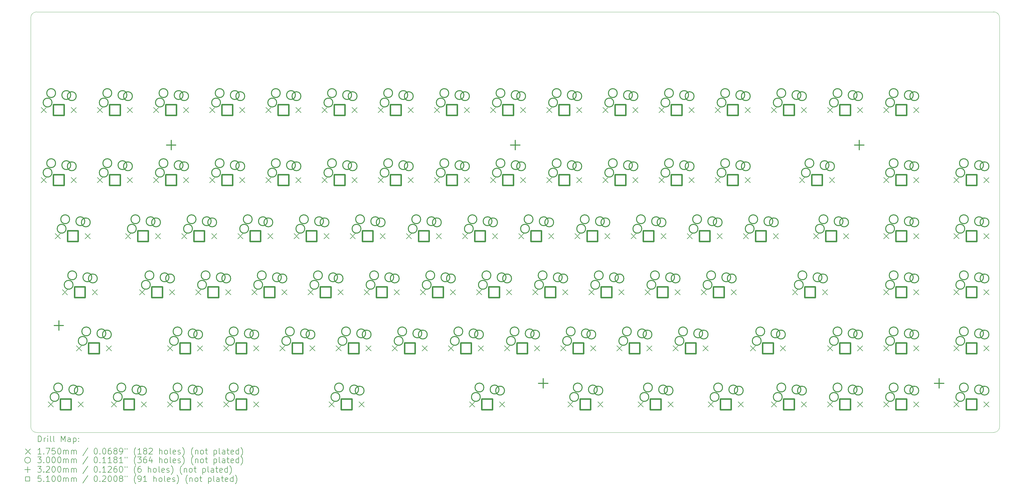
<source format=gbr>
%FSLAX45Y45*%
G04 Gerber Fmt 4.5, Leading zero omitted, Abs format (unit mm)*
G04 Created by KiCad (PCBNEW (6.0.2)) date 2022-08-29 12:15:29*
%MOMM*%
%LPD*%
G01*
G04 APERTURE LIST*
%TA.AperFunction,Profile*%
%ADD10C,0.100000*%
%TD*%
%ADD11C,0.200000*%
%ADD12C,0.175000*%
%ADD13C,0.300000*%
%ADD14C,0.320000*%
%ADD15C,0.510000*%
G04 APERTURE END LIST*
D10*
X5000625Y-21945625D02*
X5000625Y-8058125D01*
X37661875Y-22145625D02*
G75*
G03*
X37861875Y-21945625I0J200000D01*
G01*
X5200625Y-7858125D02*
X37661875Y-7858125D01*
X5000625Y-21945625D02*
G75*
G03*
X5200625Y-22145625I200000J0D01*
G01*
X37861875Y-8058125D02*
G75*
G03*
X37661875Y-7858125I-200000J0D01*
G01*
X37861875Y-21945625D02*
X37861875Y-8058125D01*
X37661875Y-22145625D02*
X5200625Y-22145625D01*
X5200625Y-7858125D02*
G75*
G03*
X5000625Y-8058125I-2J-199998D01*
G01*
D11*
D12*
X5357625Y-11104375D02*
X5532625Y-11279375D01*
X5532625Y-11104375D02*
X5357625Y-11279375D01*
X5357625Y-13485625D02*
X5532625Y-13660625D01*
X5532625Y-13485625D02*
X5357625Y-13660625D01*
X5595750Y-21105625D02*
X5770750Y-21280625D01*
X5770750Y-21105625D02*
X5595750Y-21280625D01*
X5833875Y-15390625D02*
X6008875Y-15565625D01*
X6008875Y-15390625D02*
X5833875Y-15565625D01*
X6072000Y-17295625D02*
X6247000Y-17470625D01*
X6247000Y-17295625D02*
X6072000Y-17470625D01*
X6373625Y-11104375D02*
X6548625Y-11279375D01*
X6548625Y-11104375D02*
X6373625Y-11279375D01*
X6373625Y-13485625D02*
X6548625Y-13660625D01*
X6548625Y-13485625D02*
X6373625Y-13660625D01*
X6548250Y-19200625D02*
X6723250Y-19375625D01*
X6723250Y-19200625D02*
X6548250Y-19375625D01*
X6611750Y-21105625D02*
X6786750Y-21280625D01*
X6786750Y-21105625D02*
X6611750Y-21280625D01*
X6849875Y-15390625D02*
X7024875Y-15565625D01*
X7024875Y-15390625D02*
X6849875Y-15565625D01*
X7088000Y-17295625D02*
X7263000Y-17470625D01*
X7263000Y-17295625D02*
X7088000Y-17470625D01*
X7262625Y-11104375D02*
X7437625Y-11279375D01*
X7437625Y-11104375D02*
X7262625Y-11279375D01*
X7262625Y-13485625D02*
X7437625Y-13660625D01*
X7437625Y-13485625D02*
X7262625Y-13660625D01*
X7564250Y-19200625D02*
X7739250Y-19375625D01*
X7739250Y-19200625D02*
X7564250Y-19375625D01*
X7738875Y-21105625D02*
X7913875Y-21280625D01*
X7913875Y-21105625D02*
X7738875Y-21280625D01*
X8215125Y-15390625D02*
X8390125Y-15565625D01*
X8390125Y-15390625D02*
X8215125Y-15565625D01*
X8278625Y-11104375D02*
X8453625Y-11279375D01*
X8453625Y-11104375D02*
X8278625Y-11279375D01*
X8278625Y-13485625D02*
X8453625Y-13660625D01*
X8453625Y-13485625D02*
X8278625Y-13660625D01*
X8691375Y-17295625D02*
X8866375Y-17470625D01*
X8866375Y-17295625D02*
X8691375Y-17470625D01*
X8754875Y-21105625D02*
X8929875Y-21280625D01*
X8929875Y-21105625D02*
X8754875Y-21280625D01*
X9167625Y-11104375D02*
X9342625Y-11279375D01*
X9342625Y-11104375D02*
X9167625Y-11279375D01*
X9167625Y-13485625D02*
X9342625Y-13660625D01*
X9342625Y-13485625D02*
X9167625Y-13660625D01*
X9231125Y-15390625D02*
X9406125Y-15565625D01*
X9406125Y-15390625D02*
X9231125Y-15565625D01*
X9643875Y-19200625D02*
X9818875Y-19375625D01*
X9818875Y-19200625D02*
X9643875Y-19375625D01*
X9643875Y-21105625D02*
X9818875Y-21280625D01*
X9818875Y-21105625D02*
X9643875Y-21280625D01*
X9707375Y-17295625D02*
X9882375Y-17470625D01*
X9882375Y-17295625D02*
X9707375Y-17470625D01*
X10120125Y-15390625D02*
X10295125Y-15565625D01*
X10295125Y-15390625D02*
X10120125Y-15565625D01*
X10183625Y-11104375D02*
X10358625Y-11279375D01*
X10358625Y-11104375D02*
X10183625Y-11279375D01*
X10183625Y-13485625D02*
X10358625Y-13660625D01*
X10358625Y-13485625D02*
X10183625Y-13660625D01*
X10596375Y-17295625D02*
X10771375Y-17470625D01*
X10771375Y-17295625D02*
X10596375Y-17470625D01*
X10659875Y-19200625D02*
X10834875Y-19375625D01*
X10834875Y-19200625D02*
X10659875Y-19375625D01*
X10659875Y-21105625D02*
X10834875Y-21280625D01*
X10834875Y-21105625D02*
X10659875Y-21280625D01*
X11072625Y-11104375D02*
X11247625Y-11279375D01*
X11247625Y-11104375D02*
X11072625Y-11279375D01*
X11072625Y-13485625D02*
X11247625Y-13660625D01*
X11247625Y-13485625D02*
X11072625Y-13660625D01*
X11136125Y-15390625D02*
X11311125Y-15565625D01*
X11311125Y-15390625D02*
X11136125Y-15565625D01*
X11548875Y-19200625D02*
X11723875Y-19375625D01*
X11723875Y-19200625D02*
X11548875Y-19375625D01*
X11548875Y-21105625D02*
X11723875Y-21280625D01*
X11723875Y-21105625D02*
X11548875Y-21280625D01*
X11612375Y-17295625D02*
X11787375Y-17470625D01*
X11787375Y-17295625D02*
X11612375Y-17470625D01*
X12025125Y-15390625D02*
X12200125Y-15565625D01*
X12200125Y-15390625D02*
X12025125Y-15565625D01*
X12088625Y-11104375D02*
X12263625Y-11279375D01*
X12263625Y-11104375D02*
X12088625Y-11279375D01*
X12088625Y-13485625D02*
X12263625Y-13660625D01*
X12263625Y-13485625D02*
X12088625Y-13660625D01*
X12501375Y-17295625D02*
X12676375Y-17470625D01*
X12676375Y-17295625D02*
X12501375Y-17470625D01*
X12564875Y-19200625D02*
X12739875Y-19375625D01*
X12739875Y-19200625D02*
X12564875Y-19375625D01*
X12564875Y-21105625D02*
X12739875Y-21280625D01*
X12739875Y-21105625D02*
X12564875Y-21280625D01*
X12977625Y-11104375D02*
X13152625Y-11279375D01*
X13152625Y-11104375D02*
X12977625Y-11279375D01*
X12977625Y-13485625D02*
X13152625Y-13660625D01*
X13152625Y-13485625D02*
X12977625Y-13660625D01*
X13041125Y-15390625D02*
X13216125Y-15565625D01*
X13216125Y-15390625D02*
X13041125Y-15565625D01*
X13453875Y-19200625D02*
X13628875Y-19375625D01*
X13628875Y-19200625D02*
X13453875Y-19375625D01*
X13517375Y-17295625D02*
X13692375Y-17470625D01*
X13692375Y-17295625D02*
X13517375Y-17470625D01*
X13930125Y-15390625D02*
X14105125Y-15565625D01*
X14105125Y-15390625D02*
X13930125Y-15565625D01*
X13993625Y-11104375D02*
X14168625Y-11279375D01*
X14168625Y-11104375D02*
X13993625Y-11279375D01*
X13993625Y-13485625D02*
X14168625Y-13660625D01*
X14168625Y-13485625D02*
X13993625Y-13660625D01*
X14406375Y-17295625D02*
X14581375Y-17470625D01*
X14581375Y-17295625D02*
X14406375Y-17470625D01*
X14469875Y-19200625D02*
X14644875Y-19375625D01*
X14644875Y-19200625D02*
X14469875Y-19375625D01*
X14882625Y-11104375D02*
X15057625Y-11279375D01*
X15057625Y-11104375D02*
X14882625Y-11279375D01*
X14882625Y-13485625D02*
X15057625Y-13660625D01*
X15057625Y-13485625D02*
X14882625Y-13660625D01*
X14946125Y-15390625D02*
X15121125Y-15565625D01*
X15121125Y-15390625D02*
X14946125Y-15565625D01*
X15120750Y-21105625D02*
X15295750Y-21280625D01*
X15295750Y-21105625D02*
X15120750Y-21280625D01*
X15358875Y-19200625D02*
X15533875Y-19375625D01*
X15533875Y-19200625D02*
X15358875Y-19375625D01*
X15422375Y-17295625D02*
X15597375Y-17470625D01*
X15597375Y-17295625D02*
X15422375Y-17470625D01*
X15835125Y-15390625D02*
X16010125Y-15565625D01*
X16010125Y-15390625D02*
X15835125Y-15565625D01*
X15898625Y-11104375D02*
X16073625Y-11279375D01*
X16073625Y-11104375D02*
X15898625Y-11279375D01*
X15898625Y-13485625D02*
X16073625Y-13660625D01*
X16073625Y-13485625D02*
X15898625Y-13660625D01*
X16136750Y-21105625D02*
X16311750Y-21280625D01*
X16311750Y-21105625D02*
X16136750Y-21280625D01*
X16311375Y-17295625D02*
X16486375Y-17470625D01*
X16486375Y-17295625D02*
X16311375Y-17470625D01*
X16374875Y-19200625D02*
X16549875Y-19375625D01*
X16549875Y-19200625D02*
X16374875Y-19375625D01*
X16787625Y-11104375D02*
X16962625Y-11279375D01*
X16962625Y-11104375D02*
X16787625Y-11279375D01*
X16787625Y-13485625D02*
X16962625Y-13660625D01*
X16962625Y-13485625D02*
X16787625Y-13660625D01*
X16851125Y-15390625D02*
X17026125Y-15565625D01*
X17026125Y-15390625D02*
X16851125Y-15565625D01*
X17263875Y-19200625D02*
X17438875Y-19375625D01*
X17438875Y-19200625D02*
X17263875Y-19375625D01*
X17327375Y-17295625D02*
X17502375Y-17470625D01*
X17502375Y-17295625D02*
X17327375Y-17470625D01*
X17740125Y-15390625D02*
X17915125Y-15565625D01*
X17915125Y-15390625D02*
X17740125Y-15565625D01*
X17803625Y-11104375D02*
X17978625Y-11279375D01*
X17978625Y-11104375D02*
X17803625Y-11279375D01*
X17803625Y-13485625D02*
X17978625Y-13660625D01*
X17978625Y-13485625D02*
X17803625Y-13660625D01*
X18216375Y-17295625D02*
X18391375Y-17470625D01*
X18391375Y-17295625D02*
X18216375Y-17470625D01*
X18279875Y-19200625D02*
X18454875Y-19375625D01*
X18454875Y-19200625D02*
X18279875Y-19375625D01*
X18692625Y-11104375D02*
X18867625Y-11279375D01*
X18867625Y-11104375D02*
X18692625Y-11279375D01*
X18692625Y-13485625D02*
X18867625Y-13660625D01*
X18867625Y-13485625D02*
X18692625Y-13660625D01*
X18756125Y-15390625D02*
X18931125Y-15565625D01*
X18931125Y-15390625D02*
X18756125Y-15565625D01*
X19168875Y-19200625D02*
X19343875Y-19375625D01*
X19343875Y-19200625D02*
X19168875Y-19375625D01*
X19232375Y-17295625D02*
X19407375Y-17470625D01*
X19407375Y-17295625D02*
X19232375Y-17470625D01*
X19645125Y-15390625D02*
X19820125Y-15565625D01*
X19820125Y-15390625D02*
X19645125Y-15565625D01*
X19708625Y-11104375D02*
X19883625Y-11279375D01*
X19883625Y-11104375D02*
X19708625Y-11279375D01*
X19708625Y-13485625D02*
X19883625Y-13660625D01*
X19883625Y-13485625D02*
X19708625Y-13660625D01*
X19883250Y-21105625D02*
X20058250Y-21280625D01*
X20058250Y-21105625D02*
X19883250Y-21280625D01*
X20121375Y-17295625D02*
X20296375Y-17470625D01*
X20296375Y-17295625D02*
X20121375Y-17470625D01*
X20184875Y-19200625D02*
X20359875Y-19375625D01*
X20359875Y-19200625D02*
X20184875Y-19375625D01*
X20597625Y-11104375D02*
X20772625Y-11279375D01*
X20772625Y-11104375D02*
X20597625Y-11279375D01*
X20597625Y-13485625D02*
X20772625Y-13660625D01*
X20772625Y-13485625D02*
X20597625Y-13660625D01*
X20661125Y-15390625D02*
X20836125Y-15565625D01*
X20836125Y-15390625D02*
X20661125Y-15565625D01*
X20899250Y-21105625D02*
X21074250Y-21280625D01*
X21074250Y-21105625D02*
X20899250Y-21280625D01*
X21073875Y-19200625D02*
X21248875Y-19375625D01*
X21248875Y-19200625D02*
X21073875Y-19375625D01*
X21137375Y-17295625D02*
X21312375Y-17470625D01*
X21312375Y-17295625D02*
X21137375Y-17470625D01*
X21550125Y-15390625D02*
X21725125Y-15565625D01*
X21725125Y-15390625D02*
X21550125Y-15565625D01*
X21613625Y-11104375D02*
X21788625Y-11279375D01*
X21788625Y-11104375D02*
X21613625Y-11279375D01*
X21613625Y-13485625D02*
X21788625Y-13660625D01*
X21788625Y-13485625D02*
X21613625Y-13660625D01*
X22026375Y-17295625D02*
X22201375Y-17470625D01*
X22201375Y-17295625D02*
X22026375Y-17470625D01*
X22089875Y-19200625D02*
X22264875Y-19375625D01*
X22264875Y-19200625D02*
X22089875Y-19375625D01*
X22502625Y-11104375D02*
X22677625Y-11279375D01*
X22677625Y-11104375D02*
X22502625Y-11279375D01*
X22502625Y-13485625D02*
X22677625Y-13660625D01*
X22677625Y-13485625D02*
X22502625Y-13660625D01*
X22566125Y-15390625D02*
X22741125Y-15565625D01*
X22741125Y-15390625D02*
X22566125Y-15565625D01*
X22978875Y-19200625D02*
X23153875Y-19375625D01*
X23153875Y-19200625D02*
X22978875Y-19375625D01*
X23042375Y-17295625D02*
X23217375Y-17470625D01*
X23217375Y-17295625D02*
X23042375Y-17470625D01*
X23217000Y-21105625D02*
X23392000Y-21280625D01*
X23392000Y-21105625D02*
X23217000Y-21280625D01*
X23455125Y-15390625D02*
X23630125Y-15565625D01*
X23630125Y-15390625D02*
X23455125Y-15565625D01*
X23518625Y-11104375D02*
X23693625Y-11279375D01*
X23693625Y-11104375D02*
X23518625Y-11279375D01*
X23518625Y-13485625D02*
X23693625Y-13660625D01*
X23693625Y-13485625D02*
X23518625Y-13660625D01*
X23931375Y-17295625D02*
X24106375Y-17470625D01*
X24106375Y-17295625D02*
X23931375Y-17470625D01*
X23994875Y-19200625D02*
X24169875Y-19375625D01*
X24169875Y-19200625D02*
X23994875Y-19375625D01*
X24233000Y-21105625D02*
X24408000Y-21280625D01*
X24408000Y-21105625D02*
X24233000Y-21280625D01*
X24407625Y-11104375D02*
X24582625Y-11279375D01*
X24582625Y-11104375D02*
X24407625Y-11279375D01*
X24407625Y-13485625D02*
X24582625Y-13660625D01*
X24582625Y-13485625D02*
X24407625Y-13660625D01*
X24471125Y-15390625D02*
X24646125Y-15565625D01*
X24646125Y-15390625D02*
X24471125Y-15565625D01*
X24883875Y-19200625D02*
X25058875Y-19375625D01*
X25058875Y-19200625D02*
X24883875Y-19375625D01*
X24947375Y-17295625D02*
X25122375Y-17470625D01*
X25122375Y-17295625D02*
X24947375Y-17470625D01*
X25360125Y-15390625D02*
X25535125Y-15565625D01*
X25535125Y-15390625D02*
X25360125Y-15565625D01*
X25423625Y-11104375D02*
X25598625Y-11279375D01*
X25598625Y-11104375D02*
X25423625Y-11279375D01*
X25423625Y-13485625D02*
X25598625Y-13660625D01*
X25598625Y-13485625D02*
X25423625Y-13660625D01*
X25598250Y-21105625D02*
X25773250Y-21280625D01*
X25773250Y-21105625D02*
X25598250Y-21280625D01*
X25836375Y-17295625D02*
X26011375Y-17470625D01*
X26011375Y-17295625D02*
X25836375Y-17470625D01*
X25899875Y-19200625D02*
X26074875Y-19375625D01*
X26074875Y-19200625D02*
X25899875Y-19375625D01*
X26312625Y-11104375D02*
X26487625Y-11279375D01*
X26487625Y-11104375D02*
X26312625Y-11279375D01*
X26312625Y-13485625D02*
X26487625Y-13660625D01*
X26487625Y-13485625D02*
X26312625Y-13660625D01*
X26376125Y-15390625D02*
X26551125Y-15565625D01*
X26551125Y-15390625D02*
X26376125Y-15565625D01*
X26614250Y-21105625D02*
X26789250Y-21280625D01*
X26789250Y-21105625D02*
X26614250Y-21280625D01*
X26788875Y-19200625D02*
X26963875Y-19375625D01*
X26963875Y-19200625D02*
X26788875Y-19375625D01*
X26852375Y-17295625D02*
X27027375Y-17470625D01*
X27027375Y-17295625D02*
X26852375Y-17470625D01*
X27265125Y-15390625D02*
X27440125Y-15565625D01*
X27440125Y-15390625D02*
X27265125Y-15565625D01*
X27328625Y-11104375D02*
X27503625Y-11279375D01*
X27503625Y-11104375D02*
X27328625Y-11279375D01*
X27328625Y-13485625D02*
X27503625Y-13660625D01*
X27503625Y-13485625D02*
X27328625Y-13660625D01*
X27741375Y-17295625D02*
X27916375Y-17470625D01*
X27916375Y-17295625D02*
X27741375Y-17470625D01*
X27804875Y-19200625D02*
X27979875Y-19375625D01*
X27979875Y-19200625D02*
X27804875Y-19375625D01*
X27979500Y-21105625D02*
X28154500Y-21280625D01*
X28154500Y-21105625D02*
X27979500Y-21280625D01*
X28217625Y-11104375D02*
X28392625Y-11279375D01*
X28392625Y-11104375D02*
X28217625Y-11279375D01*
X28217625Y-13485625D02*
X28392625Y-13660625D01*
X28392625Y-13485625D02*
X28217625Y-13660625D01*
X28281125Y-15390625D02*
X28456125Y-15565625D01*
X28456125Y-15390625D02*
X28281125Y-15565625D01*
X28757375Y-17295625D02*
X28932375Y-17470625D01*
X28932375Y-17295625D02*
X28757375Y-17470625D01*
X28995500Y-21105625D02*
X29170500Y-21280625D01*
X29170500Y-21105625D02*
X28995500Y-21280625D01*
X29170125Y-15390625D02*
X29345125Y-15565625D01*
X29345125Y-15390625D02*
X29170125Y-15565625D01*
X29233625Y-11104375D02*
X29408625Y-11279375D01*
X29408625Y-11104375D02*
X29233625Y-11279375D01*
X29233625Y-13485625D02*
X29408625Y-13660625D01*
X29408625Y-13485625D02*
X29233625Y-13660625D01*
X29408250Y-19200625D02*
X29583250Y-19375625D01*
X29583250Y-19200625D02*
X29408250Y-19375625D01*
X30122625Y-11104375D02*
X30297625Y-11279375D01*
X30297625Y-11104375D02*
X30122625Y-11279375D01*
X30122625Y-21105625D02*
X30297625Y-21280625D01*
X30297625Y-21105625D02*
X30122625Y-21280625D01*
X30186125Y-15390625D02*
X30361125Y-15565625D01*
X30361125Y-15390625D02*
X30186125Y-15565625D01*
X30424250Y-19200625D02*
X30599250Y-19375625D01*
X30599250Y-19200625D02*
X30424250Y-19375625D01*
X30837000Y-17295625D02*
X31012000Y-17470625D01*
X31012000Y-17295625D02*
X30837000Y-17470625D01*
X31075125Y-13485625D02*
X31250125Y-13660625D01*
X31250125Y-13485625D02*
X31075125Y-13660625D01*
X31138625Y-11104375D02*
X31313625Y-11279375D01*
X31313625Y-11104375D02*
X31138625Y-11279375D01*
X31138625Y-21105625D02*
X31313625Y-21280625D01*
X31313625Y-21105625D02*
X31138625Y-21280625D01*
X31551375Y-15390625D02*
X31726375Y-15565625D01*
X31726375Y-15390625D02*
X31551375Y-15565625D01*
X31853000Y-17295625D02*
X32028000Y-17470625D01*
X32028000Y-17295625D02*
X31853000Y-17470625D01*
X32027625Y-11104375D02*
X32202625Y-11279375D01*
X32202625Y-11104375D02*
X32027625Y-11279375D01*
X32027625Y-19200625D02*
X32202625Y-19375625D01*
X32202625Y-19200625D02*
X32027625Y-19375625D01*
X32027625Y-21105625D02*
X32202625Y-21280625D01*
X32202625Y-21105625D02*
X32027625Y-21280625D01*
X32091125Y-13485625D02*
X32266125Y-13660625D01*
X32266125Y-13485625D02*
X32091125Y-13660625D01*
X32567375Y-15390625D02*
X32742375Y-15565625D01*
X32742375Y-15390625D02*
X32567375Y-15565625D01*
X33043625Y-11104375D02*
X33218625Y-11279375D01*
X33218625Y-11104375D02*
X33043625Y-11279375D01*
X33043625Y-19200625D02*
X33218625Y-19375625D01*
X33218625Y-19200625D02*
X33043625Y-19375625D01*
X33043625Y-21105625D02*
X33218625Y-21280625D01*
X33218625Y-21105625D02*
X33043625Y-21280625D01*
X33932625Y-11104375D02*
X34107625Y-11279375D01*
X34107625Y-11104375D02*
X33932625Y-11279375D01*
X33932625Y-13485625D02*
X34107625Y-13660625D01*
X34107625Y-13485625D02*
X33932625Y-13660625D01*
X33932625Y-15390625D02*
X34107625Y-15565625D01*
X34107625Y-15390625D02*
X33932625Y-15565625D01*
X33932625Y-17295625D02*
X34107625Y-17470625D01*
X34107625Y-17295625D02*
X33932625Y-17470625D01*
X33932625Y-19200625D02*
X34107625Y-19375625D01*
X34107625Y-19200625D02*
X33932625Y-19375625D01*
X33932625Y-21105625D02*
X34107625Y-21280625D01*
X34107625Y-21105625D02*
X33932625Y-21280625D01*
X34948625Y-11104375D02*
X35123625Y-11279375D01*
X35123625Y-11104375D02*
X34948625Y-11279375D01*
X34948625Y-13485625D02*
X35123625Y-13660625D01*
X35123625Y-13485625D02*
X34948625Y-13660625D01*
X34948625Y-15390625D02*
X35123625Y-15565625D01*
X35123625Y-15390625D02*
X34948625Y-15565625D01*
X34948625Y-17295625D02*
X35123625Y-17470625D01*
X35123625Y-17295625D02*
X34948625Y-17470625D01*
X34948625Y-19200625D02*
X35123625Y-19375625D01*
X35123625Y-19200625D02*
X34948625Y-19375625D01*
X34948625Y-21105625D02*
X35123625Y-21280625D01*
X35123625Y-21105625D02*
X34948625Y-21280625D01*
X36313875Y-13485625D02*
X36488875Y-13660625D01*
X36488875Y-13485625D02*
X36313875Y-13660625D01*
X36313875Y-15390625D02*
X36488875Y-15565625D01*
X36488875Y-15390625D02*
X36313875Y-15565625D01*
X36313875Y-17295625D02*
X36488875Y-17470625D01*
X36488875Y-17295625D02*
X36313875Y-17470625D01*
X36313875Y-19200625D02*
X36488875Y-19375625D01*
X36488875Y-19200625D02*
X36313875Y-19375625D01*
X36313875Y-21105625D02*
X36488875Y-21280625D01*
X36488875Y-21105625D02*
X36313875Y-21280625D01*
X37329875Y-13485625D02*
X37504875Y-13660625D01*
X37504875Y-13485625D02*
X37329875Y-13660625D01*
X37329875Y-15390625D02*
X37504875Y-15565625D01*
X37504875Y-15390625D02*
X37329875Y-15565625D01*
X37329875Y-17295625D02*
X37504875Y-17470625D01*
X37504875Y-17295625D02*
X37329875Y-17470625D01*
X37329875Y-19200625D02*
X37504875Y-19375625D01*
X37504875Y-19200625D02*
X37329875Y-19375625D01*
X37329875Y-21105625D02*
X37504875Y-21280625D01*
X37504875Y-21105625D02*
X37329875Y-21280625D01*
D13*
X5722125Y-10937875D02*
G75*
G03*
X5722125Y-10937875I-150000J0D01*
G01*
X5722125Y-13319125D02*
G75*
G03*
X5722125Y-13319125I-150000J0D01*
G01*
X5843125Y-10616875D02*
G75*
G03*
X5843125Y-10616875I-150000J0D01*
G01*
X5843125Y-12998125D02*
G75*
G03*
X5843125Y-12998125I-150000J0D01*
G01*
X5960250Y-20939125D02*
G75*
G03*
X5960250Y-20939125I-150000J0D01*
G01*
X6081250Y-20618125D02*
G75*
G03*
X6081250Y-20618125I-150000J0D01*
G01*
X6198375Y-15224125D02*
G75*
G03*
X6198375Y-15224125I-150000J0D01*
G01*
X6319375Y-14903125D02*
G75*
G03*
X6319375Y-14903125I-150000J0D01*
G01*
X6357125Y-10683875D02*
G75*
G03*
X6357125Y-10683875I-150000J0D01*
G01*
X6357125Y-13065125D02*
G75*
G03*
X6357125Y-13065125I-150000J0D01*
G01*
X6436500Y-17129125D02*
G75*
G03*
X6436500Y-17129125I-150000J0D01*
G01*
X6543125Y-10721875D02*
G75*
G03*
X6543125Y-10721875I-150000J0D01*
G01*
X6543125Y-13103125D02*
G75*
G03*
X6543125Y-13103125I-150000J0D01*
G01*
X6557500Y-16808125D02*
G75*
G03*
X6557500Y-16808125I-150000J0D01*
G01*
X6595250Y-20685125D02*
G75*
G03*
X6595250Y-20685125I-150000J0D01*
G01*
X6781250Y-20723125D02*
G75*
G03*
X6781250Y-20723125I-150000J0D01*
G01*
X6833375Y-14970125D02*
G75*
G03*
X6833375Y-14970125I-150000J0D01*
G01*
X6912750Y-19034125D02*
G75*
G03*
X6912750Y-19034125I-150000J0D01*
G01*
X7019375Y-15008125D02*
G75*
G03*
X7019375Y-15008125I-150000J0D01*
G01*
X7033750Y-18713125D02*
G75*
G03*
X7033750Y-18713125I-150000J0D01*
G01*
X7071500Y-16875125D02*
G75*
G03*
X7071500Y-16875125I-150000J0D01*
G01*
X7257500Y-16913125D02*
G75*
G03*
X7257500Y-16913125I-150000J0D01*
G01*
X7547750Y-18780125D02*
G75*
G03*
X7547750Y-18780125I-150000J0D01*
G01*
X7627125Y-10937875D02*
G75*
G03*
X7627125Y-10937875I-150000J0D01*
G01*
X7627125Y-13319125D02*
G75*
G03*
X7627125Y-13319125I-150000J0D01*
G01*
X7733750Y-18818125D02*
G75*
G03*
X7733750Y-18818125I-150000J0D01*
G01*
X7748125Y-10616875D02*
G75*
G03*
X7748125Y-10616875I-150000J0D01*
G01*
X7748125Y-12998125D02*
G75*
G03*
X7748125Y-12998125I-150000J0D01*
G01*
X8103375Y-20939125D02*
G75*
G03*
X8103375Y-20939125I-150000J0D01*
G01*
X8224375Y-20618125D02*
G75*
G03*
X8224375Y-20618125I-150000J0D01*
G01*
X8262125Y-10683875D02*
G75*
G03*
X8262125Y-10683875I-150000J0D01*
G01*
X8262125Y-13065125D02*
G75*
G03*
X8262125Y-13065125I-150000J0D01*
G01*
X8448125Y-10721875D02*
G75*
G03*
X8448125Y-10721875I-150000J0D01*
G01*
X8448125Y-13103125D02*
G75*
G03*
X8448125Y-13103125I-150000J0D01*
G01*
X8579625Y-15224125D02*
G75*
G03*
X8579625Y-15224125I-150000J0D01*
G01*
X8700625Y-14903125D02*
G75*
G03*
X8700625Y-14903125I-150000J0D01*
G01*
X8738375Y-20685125D02*
G75*
G03*
X8738375Y-20685125I-150000J0D01*
G01*
X8924375Y-20723125D02*
G75*
G03*
X8924375Y-20723125I-150000J0D01*
G01*
X9055875Y-17129125D02*
G75*
G03*
X9055875Y-17129125I-150000J0D01*
G01*
X9176875Y-16808125D02*
G75*
G03*
X9176875Y-16808125I-150000J0D01*
G01*
X9214625Y-14970125D02*
G75*
G03*
X9214625Y-14970125I-150000J0D01*
G01*
X9400625Y-15008125D02*
G75*
G03*
X9400625Y-15008125I-150000J0D01*
G01*
X9532125Y-10937875D02*
G75*
G03*
X9532125Y-10937875I-150000J0D01*
G01*
X9532125Y-13319125D02*
G75*
G03*
X9532125Y-13319125I-150000J0D01*
G01*
X9653125Y-10616875D02*
G75*
G03*
X9653125Y-10616875I-150000J0D01*
G01*
X9653125Y-12998125D02*
G75*
G03*
X9653125Y-12998125I-150000J0D01*
G01*
X9690875Y-16875125D02*
G75*
G03*
X9690875Y-16875125I-150000J0D01*
G01*
X9876875Y-16913125D02*
G75*
G03*
X9876875Y-16913125I-150000J0D01*
G01*
X10008375Y-19034125D02*
G75*
G03*
X10008375Y-19034125I-150000J0D01*
G01*
X10008375Y-20939125D02*
G75*
G03*
X10008375Y-20939125I-150000J0D01*
G01*
X10129375Y-18713125D02*
G75*
G03*
X10129375Y-18713125I-150000J0D01*
G01*
X10129375Y-20618125D02*
G75*
G03*
X10129375Y-20618125I-150000J0D01*
G01*
X10167125Y-10683875D02*
G75*
G03*
X10167125Y-10683875I-150000J0D01*
G01*
X10167125Y-13065125D02*
G75*
G03*
X10167125Y-13065125I-150000J0D01*
G01*
X10353125Y-10721875D02*
G75*
G03*
X10353125Y-10721875I-150000J0D01*
G01*
X10353125Y-13103125D02*
G75*
G03*
X10353125Y-13103125I-150000J0D01*
G01*
X10484625Y-15224125D02*
G75*
G03*
X10484625Y-15224125I-150000J0D01*
G01*
X10605625Y-14903125D02*
G75*
G03*
X10605625Y-14903125I-150000J0D01*
G01*
X10643375Y-18780125D02*
G75*
G03*
X10643375Y-18780125I-150000J0D01*
G01*
X10643375Y-20685125D02*
G75*
G03*
X10643375Y-20685125I-150000J0D01*
G01*
X10829375Y-18818125D02*
G75*
G03*
X10829375Y-18818125I-150000J0D01*
G01*
X10829375Y-20723125D02*
G75*
G03*
X10829375Y-20723125I-150000J0D01*
G01*
X10960875Y-17129125D02*
G75*
G03*
X10960875Y-17129125I-150000J0D01*
G01*
X11081875Y-16808125D02*
G75*
G03*
X11081875Y-16808125I-150000J0D01*
G01*
X11119625Y-14970125D02*
G75*
G03*
X11119625Y-14970125I-150000J0D01*
G01*
X11305625Y-15008125D02*
G75*
G03*
X11305625Y-15008125I-150000J0D01*
G01*
X11437125Y-10937875D02*
G75*
G03*
X11437125Y-10937875I-150000J0D01*
G01*
X11437125Y-13319125D02*
G75*
G03*
X11437125Y-13319125I-150000J0D01*
G01*
X11558125Y-10616875D02*
G75*
G03*
X11558125Y-10616875I-150000J0D01*
G01*
X11558125Y-12998125D02*
G75*
G03*
X11558125Y-12998125I-150000J0D01*
G01*
X11595875Y-16875125D02*
G75*
G03*
X11595875Y-16875125I-150000J0D01*
G01*
X11781875Y-16913125D02*
G75*
G03*
X11781875Y-16913125I-150000J0D01*
G01*
X11913375Y-19034125D02*
G75*
G03*
X11913375Y-19034125I-150000J0D01*
G01*
X11913375Y-20939125D02*
G75*
G03*
X11913375Y-20939125I-150000J0D01*
G01*
X12034375Y-18713125D02*
G75*
G03*
X12034375Y-18713125I-150000J0D01*
G01*
X12034375Y-20618125D02*
G75*
G03*
X12034375Y-20618125I-150000J0D01*
G01*
X12072125Y-10683875D02*
G75*
G03*
X12072125Y-10683875I-150000J0D01*
G01*
X12072125Y-13065125D02*
G75*
G03*
X12072125Y-13065125I-150000J0D01*
G01*
X12258125Y-10721875D02*
G75*
G03*
X12258125Y-10721875I-150000J0D01*
G01*
X12258125Y-13103125D02*
G75*
G03*
X12258125Y-13103125I-150000J0D01*
G01*
X12389625Y-15224125D02*
G75*
G03*
X12389625Y-15224125I-150000J0D01*
G01*
X12510625Y-14903125D02*
G75*
G03*
X12510625Y-14903125I-150000J0D01*
G01*
X12548375Y-18780125D02*
G75*
G03*
X12548375Y-18780125I-150000J0D01*
G01*
X12548375Y-20685125D02*
G75*
G03*
X12548375Y-20685125I-150000J0D01*
G01*
X12734375Y-18818125D02*
G75*
G03*
X12734375Y-18818125I-150000J0D01*
G01*
X12734375Y-20723125D02*
G75*
G03*
X12734375Y-20723125I-150000J0D01*
G01*
X12865875Y-17129125D02*
G75*
G03*
X12865875Y-17129125I-150000J0D01*
G01*
X12986875Y-16808125D02*
G75*
G03*
X12986875Y-16808125I-150000J0D01*
G01*
X13024625Y-14970125D02*
G75*
G03*
X13024625Y-14970125I-150000J0D01*
G01*
X13210625Y-15008125D02*
G75*
G03*
X13210625Y-15008125I-150000J0D01*
G01*
X13342125Y-10937875D02*
G75*
G03*
X13342125Y-10937875I-150000J0D01*
G01*
X13342125Y-13319125D02*
G75*
G03*
X13342125Y-13319125I-150000J0D01*
G01*
X13463125Y-10616875D02*
G75*
G03*
X13463125Y-10616875I-150000J0D01*
G01*
X13463125Y-12998125D02*
G75*
G03*
X13463125Y-12998125I-150000J0D01*
G01*
X13500875Y-16875125D02*
G75*
G03*
X13500875Y-16875125I-150000J0D01*
G01*
X13686875Y-16913125D02*
G75*
G03*
X13686875Y-16913125I-150000J0D01*
G01*
X13818375Y-19034125D02*
G75*
G03*
X13818375Y-19034125I-150000J0D01*
G01*
X13939375Y-18713125D02*
G75*
G03*
X13939375Y-18713125I-150000J0D01*
G01*
X13977125Y-10683875D02*
G75*
G03*
X13977125Y-10683875I-150000J0D01*
G01*
X13977125Y-13065125D02*
G75*
G03*
X13977125Y-13065125I-150000J0D01*
G01*
X14163125Y-10721875D02*
G75*
G03*
X14163125Y-10721875I-150000J0D01*
G01*
X14163125Y-13103125D02*
G75*
G03*
X14163125Y-13103125I-150000J0D01*
G01*
X14294625Y-15224125D02*
G75*
G03*
X14294625Y-15224125I-150000J0D01*
G01*
X14415625Y-14903125D02*
G75*
G03*
X14415625Y-14903125I-150000J0D01*
G01*
X14453375Y-18780125D02*
G75*
G03*
X14453375Y-18780125I-150000J0D01*
G01*
X14639375Y-18818125D02*
G75*
G03*
X14639375Y-18818125I-150000J0D01*
G01*
X14770875Y-17129125D02*
G75*
G03*
X14770875Y-17129125I-150000J0D01*
G01*
X14891875Y-16808125D02*
G75*
G03*
X14891875Y-16808125I-150000J0D01*
G01*
X14929625Y-14970125D02*
G75*
G03*
X14929625Y-14970125I-150000J0D01*
G01*
X15115625Y-15008125D02*
G75*
G03*
X15115625Y-15008125I-150000J0D01*
G01*
X15247125Y-10937875D02*
G75*
G03*
X15247125Y-10937875I-150000J0D01*
G01*
X15247125Y-13319125D02*
G75*
G03*
X15247125Y-13319125I-150000J0D01*
G01*
X15368125Y-10616875D02*
G75*
G03*
X15368125Y-10616875I-150000J0D01*
G01*
X15368125Y-12998125D02*
G75*
G03*
X15368125Y-12998125I-150000J0D01*
G01*
X15405875Y-16875125D02*
G75*
G03*
X15405875Y-16875125I-150000J0D01*
G01*
X15485250Y-20939125D02*
G75*
G03*
X15485250Y-20939125I-150000J0D01*
G01*
X15591875Y-16913125D02*
G75*
G03*
X15591875Y-16913125I-150000J0D01*
G01*
X15606250Y-20618125D02*
G75*
G03*
X15606250Y-20618125I-150000J0D01*
G01*
X15723375Y-19034125D02*
G75*
G03*
X15723375Y-19034125I-150000J0D01*
G01*
X15844375Y-18713125D02*
G75*
G03*
X15844375Y-18713125I-150000J0D01*
G01*
X15882125Y-10683875D02*
G75*
G03*
X15882125Y-10683875I-150000J0D01*
G01*
X15882125Y-13065125D02*
G75*
G03*
X15882125Y-13065125I-150000J0D01*
G01*
X16068125Y-10721875D02*
G75*
G03*
X16068125Y-10721875I-150000J0D01*
G01*
X16068125Y-13103125D02*
G75*
G03*
X16068125Y-13103125I-150000J0D01*
G01*
X16120250Y-20685125D02*
G75*
G03*
X16120250Y-20685125I-150000J0D01*
G01*
X16199625Y-15224125D02*
G75*
G03*
X16199625Y-15224125I-150000J0D01*
G01*
X16306250Y-20723125D02*
G75*
G03*
X16306250Y-20723125I-150000J0D01*
G01*
X16320625Y-14903125D02*
G75*
G03*
X16320625Y-14903125I-150000J0D01*
G01*
X16358375Y-18780125D02*
G75*
G03*
X16358375Y-18780125I-150000J0D01*
G01*
X16544375Y-18818125D02*
G75*
G03*
X16544375Y-18818125I-150000J0D01*
G01*
X16675875Y-17129125D02*
G75*
G03*
X16675875Y-17129125I-150000J0D01*
G01*
X16796875Y-16808125D02*
G75*
G03*
X16796875Y-16808125I-150000J0D01*
G01*
X16834625Y-14970125D02*
G75*
G03*
X16834625Y-14970125I-150000J0D01*
G01*
X17020625Y-15008125D02*
G75*
G03*
X17020625Y-15008125I-150000J0D01*
G01*
X17152125Y-10937875D02*
G75*
G03*
X17152125Y-10937875I-150000J0D01*
G01*
X17152125Y-13319125D02*
G75*
G03*
X17152125Y-13319125I-150000J0D01*
G01*
X17273125Y-10616875D02*
G75*
G03*
X17273125Y-10616875I-150000J0D01*
G01*
X17273125Y-12998125D02*
G75*
G03*
X17273125Y-12998125I-150000J0D01*
G01*
X17310875Y-16875125D02*
G75*
G03*
X17310875Y-16875125I-150000J0D01*
G01*
X17496875Y-16913125D02*
G75*
G03*
X17496875Y-16913125I-150000J0D01*
G01*
X17628375Y-19034125D02*
G75*
G03*
X17628375Y-19034125I-150000J0D01*
G01*
X17749375Y-18713125D02*
G75*
G03*
X17749375Y-18713125I-150000J0D01*
G01*
X17787125Y-10683875D02*
G75*
G03*
X17787125Y-10683875I-150000J0D01*
G01*
X17787125Y-13065125D02*
G75*
G03*
X17787125Y-13065125I-150000J0D01*
G01*
X17973125Y-10721875D02*
G75*
G03*
X17973125Y-10721875I-150000J0D01*
G01*
X17973125Y-13103125D02*
G75*
G03*
X17973125Y-13103125I-150000J0D01*
G01*
X18104625Y-15224125D02*
G75*
G03*
X18104625Y-15224125I-150000J0D01*
G01*
X18225625Y-14903125D02*
G75*
G03*
X18225625Y-14903125I-150000J0D01*
G01*
X18263375Y-18780125D02*
G75*
G03*
X18263375Y-18780125I-150000J0D01*
G01*
X18449375Y-18818125D02*
G75*
G03*
X18449375Y-18818125I-150000J0D01*
G01*
X18580875Y-17129125D02*
G75*
G03*
X18580875Y-17129125I-150000J0D01*
G01*
X18701875Y-16808125D02*
G75*
G03*
X18701875Y-16808125I-150000J0D01*
G01*
X18739625Y-14970125D02*
G75*
G03*
X18739625Y-14970125I-150000J0D01*
G01*
X18925625Y-15008125D02*
G75*
G03*
X18925625Y-15008125I-150000J0D01*
G01*
X19057125Y-10937875D02*
G75*
G03*
X19057125Y-10937875I-150000J0D01*
G01*
X19057125Y-13319125D02*
G75*
G03*
X19057125Y-13319125I-150000J0D01*
G01*
X19178125Y-10616875D02*
G75*
G03*
X19178125Y-10616875I-150000J0D01*
G01*
X19178125Y-12998125D02*
G75*
G03*
X19178125Y-12998125I-150000J0D01*
G01*
X19215875Y-16875125D02*
G75*
G03*
X19215875Y-16875125I-150000J0D01*
G01*
X19401875Y-16913125D02*
G75*
G03*
X19401875Y-16913125I-150000J0D01*
G01*
X19533375Y-19034125D02*
G75*
G03*
X19533375Y-19034125I-150000J0D01*
G01*
X19654375Y-18713125D02*
G75*
G03*
X19654375Y-18713125I-150000J0D01*
G01*
X19692125Y-10683875D02*
G75*
G03*
X19692125Y-10683875I-150000J0D01*
G01*
X19692125Y-13065125D02*
G75*
G03*
X19692125Y-13065125I-150000J0D01*
G01*
X19878125Y-10721875D02*
G75*
G03*
X19878125Y-10721875I-150000J0D01*
G01*
X19878125Y-13103125D02*
G75*
G03*
X19878125Y-13103125I-150000J0D01*
G01*
X20009625Y-15224125D02*
G75*
G03*
X20009625Y-15224125I-150000J0D01*
G01*
X20130625Y-14903125D02*
G75*
G03*
X20130625Y-14903125I-150000J0D01*
G01*
X20168375Y-18780125D02*
G75*
G03*
X20168375Y-18780125I-150000J0D01*
G01*
X20247750Y-20939125D02*
G75*
G03*
X20247750Y-20939125I-150000J0D01*
G01*
X20354375Y-18818125D02*
G75*
G03*
X20354375Y-18818125I-150000J0D01*
G01*
X20368750Y-20618125D02*
G75*
G03*
X20368750Y-20618125I-150000J0D01*
G01*
X20485875Y-17129125D02*
G75*
G03*
X20485875Y-17129125I-150000J0D01*
G01*
X20606875Y-16808125D02*
G75*
G03*
X20606875Y-16808125I-150000J0D01*
G01*
X20644625Y-14970125D02*
G75*
G03*
X20644625Y-14970125I-150000J0D01*
G01*
X20830625Y-15008125D02*
G75*
G03*
X20830625Y-15008125I-150000J0D01*
G01*
X20882750Y-20685125D02*
G75*
G03*
X20882750Y-20685125I-150000J0D01*
G01*
X20962125Y-10937875D02*
G75*
G03*
X20962125Y-10937875I-150000J0D01*
G01*
X20962125Y-13319125D02*
G75*
G03*
X20962125Y-13319125I-150000J0D01*
G01*
X21068750Y-20723125D02*
G75*
G03*
X21068750Y-20723125I-150000J0D01*
G01*
X21083125Y-10616875D02*
G75*
G03*
X21083125Y-10616875I-150000J0D01*
G01*
X21083125Y-12998125D02*
G75*
G03*
X21083125Y-12998125I-150000J0D01*
G01*
X21120875Y-16875125D02*
G75*
G03*
X21120875Y-16875125I-150000J0D01*
G01*
X21306875Y-16913125D02*
G75*
G03*
X21306875Y-16913125I-150000J0D01*
G01*
X21438375Y-19034125D02*
G75*
G03*
X21438375Y-19034125I-150000J0D01*
G01*
X21559375Y-18713125D02*
G75*
G03*
X21559375Y-18713125I-150000J0D01*
G01*
X21597125Y-10683875D02*
G75*
G03*
X21597125Y-10683875I-150000J0D01*
G01*
X21597125Y-13065125D02*
G75*
G03*
X21597125Y-13065125I-150000J0D01*
G01*
X21783125Y-10721875D02*
G75*
G03*
X21783125Y-10721875I-150000J0D01*
G01*
X21783125Y-13103125D02*
G75*
G03*
X21783125Y-13103125I-150000J0D01*
G01*
X21914625Y-15224125D02*
G75*
G03*
X21914625Y-15224125I-150000J0D01*
G01*
X22035625Y-14903125D02*
G75*
G03*
X22035625Y-14903125I-150000J0D01*
G01*
X22073375Y-18780125D02*
G75*
G03*
X22073375Y-18780125I-150000J0D01*
G01*
X22259375Y-18818125D02*
G75*
G03*
X22259375Y-18818125I-150000J0D01*
G01*
X22390875Y-17129125D02*
G75*
G03*
X22390875Y-17129125I-150000J0D01*
G01*
X22511875Y-16808125D02*
G75*
G03*
X22511875Y-16808125I-150000J0D01*
G01*
X22549625Y-14970125D02*
G75*
G03*
X22549625Y-14970125I-150000J0D01*
G01*
X22735625Y-15008125D02*
G75*
G03*
X22735625Y-15008125I-150000J0D01*
G01*
X22867125Y-10937875D02*
G75*
G03*
X22867125Y-10937875I-150000J0D01*
G01*
X22867125Y-13319125D02*
G75*
G03*
X22867125Y-13319125I-150000J0D01*
G01*
X22988125Y-10616875D02*
G75*
G03*
X22988125Y-10616875I-150000J0D01*
G01*
X22988125Y-12998125D02*
G75*
G03*
X22988125Y-12998125I-150000J0D01*
G01*
X23025875Y-16875125D02*
G75*
G03*
X23025875Y-16875125I-150000J0D01*
G01*
X23211875Y-16913125D02*
G75*
G03*
X23211875Y-16913125I-150000J0D01*
G01*
X23343375Y-19034125D02*
G75*
G03*
X23343375Y-19034125I-150000J0D01*
G01*
X23464375Y-18713125D02*
G75*
G03*
X23464375Y-18713125I-150000J0D01*
G01*
X23502125Y-10683875D02*
G75*
G03*
X23502125Y-10683875I-150000J0D01*
G01*
X23502125Y-13065125D02*
G75*
G03*
X23502125Y-13065125I-150000J0D01*
G01*
X23581500Y-20939125D02*
G75*
G03*
X23581500Y-20939125I-150000J0D01*
G01*
X23688125Y-10721875D02*
G75*
G03*
X23688125Y-10721875I-150000J0D01*
G01*
X23688125Y-13103125D02*
G75*
G03*
X23688125Y-13103125I-150000J0D01*
G01*
X23702500Y-20618125D02*
G75*
G03*
X23702500Y-20618125I-150000J0D01*
G01*
X23819625Y-15224125D02*
G75*
G03*
X23819625Y-15224125I-150000J0D01*
G01*
X23940625Y-14903125D02*
G75*
G03*
X23940625Y-14903125I-150000J0D01*
G01*
X23978375Y-18780125D02*
G75*
G03*
X23978375Y-18780125I-150000J0D01*
G01*
X24164375Y-18818125D02*
G75*
G03*
X24164375Y-18818125I-150000J0D01*
G01*
X24216500Y-20685125D02*
G75*
G03*
X24216500Y-20685125I-150000J0D01*
G01*
X24295875Y-17129125D02*
G75*
G03*
X24295875Y-17129125I-150000J0D01*
G01*
X24402500Y-20723125D02*
G75*
G03*
X24402500Y-20723125I-150000J0D01*
G01*
X24416875Y-16808125D02*
G75*
G03*
X24416875Y-16808125I-150000J0D01*
G01*
X24454625Y-14970125D02*
G75*
G03*
X24454625Y-14970125I-150000J0D01*
G01*
X24640625Y-15008125D02*
G75*
G03*
X24640625Y-15008125I-150000J0D01*
G01*
X24772125Y-10937875D02*
G75*
G03*
X24772125Y-10937875I-150000J0D01*
G01*
X24772125Y-13319125D02*
G75*
G03*
X24772125Y-13319125I-150000J0D01*
G01*
X24893125Y-10616875D02*
G75*
G03*
X24893125Y-10616875I-150000J0D01*
G01*
X24893125Y-12998125D02*
G75*
G03*
X24893125Y-12998125I-150000J0D01*
G01*
X24930875Y-16875125D02*
G75*
G03*
X24930875Y-16875125I-150000J0D01*
G01*
X25116875Y-16913125D02*
G75*
G03*
X25116875Y-16913125I-150000J0D01*
G01*
X25248375Y-19034125D02*
G75*
G03*
X25248375Y-19034125I-150000J0D01*
G01*
X25369375Y-18713125D02*
G75*
G03*
X25369375Y-18713125I-150000J0D01*
G01*
X25407125Y-10683875D02*
G75*
G03*
X25407125Y-10683875I-150000J0D01*
G01*
X25407125Y-13065125D02*
G75*
G03*
X25407125Y-13065125I-150000J0D01*
G01*
X25593125Y-10721875D02*
G75*
G03*
X25593125Y-10721875I-150000J0D01*
G01*
X25593125Y-13103125D02*
G75*
G03*
X25593125Y-13103125I-150000J0D01*
G01*
X25724625Y-15224125D02*
G75*
G03*
X25724625Y-15224125I-150000J0D01*
G01*
X25845625Y-14903125D02*
G75*
G03*
X25845625Y-14903125I-150000J0D01*
G01*
X25883375Y-18780125D02*
G75*
G03*
X25883375Y-18780125I-150000J0D01*
G01*
X25962750Y-20939125D02*
G75*
G03*
X25962750Y-20939125I-150000J0D01*
G01*
X26069375Y-18818125D02*
G75*
G03*
X26069375Y-18818125I-150000J0D01*
G01*
X26083750Y-20618125D02*
G75*
G03*
X26083750Y-20618125I-150000J0D01*
G01*
X26200875Y-17129125D02*
G75*
G03*
X26200875Y-17129125I-150000J0D01*
G01*
X26321875Y-16808125D02*
G75*
G03*
X26321875Y-16808125I-150000J0D01*
G01*
X26359625Y-14970125D02*
G75*
G03*
X26359625Y-14970125I-150000J0D01*
G01*
X26545625Y-15008125D02*
G75*
G03*
X26545625Y-15008125I-150000J0D01*
G01*
X26597750Y-20685125D02*
G75*
G03*
X26597750Y-20685125I-150000J0D01*
G01*
X26677125Y-10937875D02*
G75*
G03*
X26677125Y-10937875I-150000J0D01*
G01*
X26677125Y-13319125D02*
G75*
G03*
X26677125Y-13319125I-150000J0D01*
G01*
X26783750Y-20723125D02*
G75*
G03*
X26783750Y-20723125I-150000J0D01*
G01*
X26798125Y-10616875D02*
G75*
G03*
X26798125Y-10616875I-150000J0D01*
G01*
X26798125Y-12998125D02*
G75*
G03*
X26798125Y-12998125I-150000J0D01*
G01*
X26835875Y-16875125D02*
G75*
G03*
X26835875Y-16875125I-150000J0D01*
G01*
X27021875Y-16913125D02*
G75*
G03*
X27021875Y-16913125I-150000J0D01*
G01*
X27153375Y-19034125D02*
G75*
G03*
X27153375Y-19034125I-150000J0D01*
G01*
X27274375Y-18713125D02*
G75*
G03*
X27274375Y-18713125I-150000J0D01*
G01*
X27312125Y-10683875D02*
G75*
G03*
X27312125Y-10683875I-150000J0D01*
G01*
X27312125Y-13065125D02*
G75*
G03*
X27312125Y-13065125I-150000J0D01*
G01*
X27498125Y-10721875D02*
G75*
G03*
X27498125Y-10721875I-150000J0D01*
G01*
X27498125Y-13103125D02*
G75*
G03*
X27498125Y-13103125I-150000J0D01*
G01*
X27629625Y-15224125D02*
G75*
G03*
X27629625Y-15224125I-150000J0D01*
G01*
X27750625Y-14903125D02*
G75*
G03*
X27750625Y-14903125I-150000J0D01*
G01*
X27788375Y-18780125D02*
G75*
G03*
X27788375Y-18780125I-150000J0D01*
G01*
X27974375Y-18818125D02*
G75*
G03*
X27974375Y-18818125I-150000J0D01*
G01*
X28105875Y-17129125D02*
G75*
G03*
X28105875Y-17129125I-150000J0D01*
G01*
X28226875Y-16808125D02*
G75*
G03*
X28226875Y-16808125I-150000J0D01*
G01*
X28264625Y-14970125D02*
G75*
G03*
X28264625Y-14970125I-150000J0D01*
G01*
X28344000Y-20939125D02*
G75*
G03*
X28344000Y-20939125I-150000J0D01*
G01*
X28450625Y-15008125D02*
G75*
G03*
X28450625Y-15008125I-150000J0D01*
G01*
X28465000Y-20618125D02*
G75*
G03*
X28465000Y-20618125I-150000J0D01*
G01*
X28582125Y-10937875D02*
G75*
G03*
X28582125Y-10937875I-150000J0D01*
G01*
X28582125Y-13319125D02*
G75*
G03*
X28582125Y-13319125I-150000J0D01*
G01*
X28703125Y-10616875D02*
G75*
G03*
X28703125Y-10616875I-150000J0D01*
G01*
X28703125Y-12998125D02*
G75*
G03*
X28703125Y-12998125I-150000J0D01*
G01*
X28740875Y-16875125D02*
G75*
G03*
X28740875Y-16875125I-150000J0D01*
G01*
X28926875Y-16913125D02*
G75*
G03*
X28926875Y-16913125I-150000J0D01*
G01*
X28979000Y-20685125D02*
G75*
G03*
X28979000Y-20685125I-150000J0D01*
G01*
X29165000Y-20723125D02*
G75*
G03*
X29165000Y-20723125I-150000J0D01*
G01*
X29217125Y-10683875D02*
G75*
G03*
X29217125Y-10683875I-150000J0D01*
G01*
X29217125Y-13065125D02*
G75*
G03*
X29217125Y-13065125I-150000J0D01*
G01*
X29403125Y-10721875D02*
G75*
G03*
X29403125Y-10721875I-150000J0D01*
G01*
X29403125Y-13103125D02*
G75*
G03*
X29403125Y-13103125I-150000J0D01*
G01*
X29534625Y-15224125D02*
G75*
G03*
X29534625Y-15224125I-150000J0D01*
G01*
X29655625Y-14903125D02*
G75*
G03*
X29655625Y-14903125I-150000J0D01*
G01*
X29772750Y-19034125D02*
G75*
G03*
X29772750Y-19034125I-150000J0D01*
G01*
X29893750Y-18713125D02*
G75*
G03*
X29893750Y-18713125I-150000J0D01*
G01*
X30169625Y-14970125D02*
G75*
G03*
X30169625Y-14970125I-150000J0D01*
G01*
X30355625Y-15008125D02*
G75*
G03*
X30355625Y-15008125I-150000J0D01*
G01*
X30407750Y-18780125D02*
G75*
G03*
X30407750Y-18780125I-150000J0D01*
G01*
X30487125Y-10937875D02*
G75*
G03*
X30487125Y-10937875I-150000J0D01*
G01*
X30487125Y-20939125D02*
G75*
G03*
X30487125Y-20939125I-150000J0D01*
G01*
X30593750Y-18818125D02*
G75*
G03*
X30593750Y-18818125I-150000J0D01*
G01*
X30608125Y-10616875D02*
G75*
G03*
X30608125Y-10616875I-150000J0D01*
G01*
X30608125Y-20618125D02*
G75*
G03*
X30608125Y-20618125I-150000J0D01*
G01*
X31122125Y-10683875D02*
G75*
G03*
X31122125Y-10683875I-150000J0D01*
G01*
X31122125Y-20685125D02*
G75*
G03*
X31122125Y-20685125I-150000J0D01*
G01*
X31201500Y-17129125D02*
G75*
G03*
X31201500Y-17129125I-150000J0D01*
G01*
X31308125Y-10721875D02*
G75*
G03*
X31308125Y-10721875I-150000J0D01*
G01*
X31308125Y-20723125D02*
G75*
G03*
X31308125Y-20723125I-150000J0D01*
G01*
X31322500Y-16808125D02*
G75*
G03*
X31322500Y-16808125I-150000J0D01*
G01*
X31439625Y-13319125D02*
G75*
G03*
X31439625Y-13319125I-150000J0D01*
G01*
X31560625Y-12998125D02*
G75*
G03*
X31560625Y-12998125I-150000J0D01*
G01*
X31836500Y-16875125D02*
G75*
G03*
X31836500Y-16875125I-150000J0D01*
G01*
X31915875Y-15224125D02*
G75*
G03*
X31915875Y-15224125I-150000J0D01*
G01*
X32022500Y-16913125D02*
G75*
G03*
X32022500Y-16913125I-150000J0D01*
G01*
X32036875Y-14903125D02*
G75*
G03*
X32036875Y-14903125I-150000J0D01*
G01*
X32074625Y-13065125D02*
G75*
G03*
X32074625Y-13065125I-150000J0D01*
G01*
X32260625Y-13103125D02*
G75*
G03*
X32260625Y-13103125I-150000J0D01*
G01*
X32392125Y-10937875D02*
G75*
G03*
X32392125Y-10937875I-150000J0D01*
G01*
X32392125Y-19034125D02*
G75*
G03*
X32392125Y-19034125I-150000J0D01*
G01*
X32392125Y-20939125D02*
G75*
G03*
X32392125Y-20939125I-150000J0D01*
G01*
X32513125Y-10616875D02*
G75*
G03*
X32513125Y-10616875I-150000J0D01*
G01*
X32513125Y-18713125D02*
G75*
G03*
X32513125Y-18713125I-150000J0D01*
G01*
X32513125Y-20618125D02*
G75*
G03*
X32513125Y-20618125I-150000J0D01*
G01*
X32550875Y-14970125D02*
G75*
G03*
X32550875Y-14970125I-150000J0D01*
G01*
X32736875Y-15008125D02*
G75*
G03*
X32736875Y-15008125I-150000J0D01*
G01*
X33027125Y-10683875D02*
G75*
G03*
X33027125Y-10683875I-150000J0D01*
G01*
X33027125Y-18780125D02*
G75*
G03*
X33027125Y-18780125I-150000J0D01*
G01*
X33027125Y-20685125D02*
G75*
G03*
X33027125Y-20685125I-150000J0D01*
G01*
X33213125Y-10721875D02*
G75*
G03*
X33213125Y-10721875I-150000J0D01*
G01*
X33213125Y-18818125D02*
G75*
G03*
X33213125Y-18818125I-150000J0D01*
G01*
X33213125Y-20723125D02*
G75*
G03*
X33213125Y-20723125I-150000J0D01*
G01*
X34297125Y-10937875D02*
G75*
G03*
X34297125Y-10937875I-150000J0D01*
G01*
X34297125Y-13319125D02*
G75*
G03*
X34297125Y-13319125I-150000J0D01*
G01*
X34297125Y-15224125D02*
G75*
G03*
X34297125Y-15224125I-150000J0D01*
G01*
X34297125Y-17129125D02*
G75*
G03*
X34297125Y-17129125I-150000J0D01*
G01*
X34297125Y-19034125D02*
G75*
G03*
X34297125Y-19034125I-150000J0D01*
G01*
X34297125Y-20939125D02*
G75*
G03*
X34297125Y-20939125I-150000J0D01*
G01*
X34418125Y-10616875D02*
G75*
G03*
X34418125Y-10616875I-150000J0D01*
G01*
X34418125Y-12998125D02*
G75*
G03*
X34418125Y-12998125I-150000J0D01*
G01*
X34418125Y-14903125D02*
G75*
G03*
X34418125Y-14903125I-150000J0D01*
G01*
X34418125Y-16808125D02*
G75*
G03*
X34418125Y-16808125I-150000J0D01*
G01*
X34418125Y-18713125D02*
G75*
G03*
X34418125Y-18713125I-150000J0D01*
G01*
X34418125Y-20618125D02*
G75*
G03*
X34418125Y-20618125I-150000J0D01*
G01*
X34932125Y-10683875D02*
G75*
G03*
X34932125Y-10683875I-150000J0D01*
G01*
X34932125Y-13065125D02*
G75*
G03*
X34932125Y-13065125I-150000J0D01*
G01*
X34932125Y-14970125D02*
G75*
G03*
X34932125Y-14970125I-150000J0D01*
G01*
X34932125Y-16875125D02*
G75*
G03*
X34932125Y-16875125I-150000J0D01*
G01*
X34932125Y-18780125D02*
G75*
G03*
X34932125Y-18780125I-150000J0D01*
G01*
X34932125Y-20685125D02*
G75*
G03*
X34932125Y-20685125I-150000J0D01*
G01*
X35118125Y-10721875D02*
G75*
G03*
X35118125Y-10721875I-150000J0D01*
G01*
X35118125Y-13103125D02*
G75*
G03*
X35118125Y-13103125I-150000J0D01*
G01*
X35118125Y-15008125D02*
G75*
G03*
X35118125Y-15008125I-150000J0D01*
G01*
X35118125Y-16913125D02*
G75*
G03*
X35118125Y-16913125I-150000J0D01*
G01*
X35118125Y-18818125D02*
G75*
G03*
X35118125Y-18818125I-150000J0D01*
G01*
X35118125Y-20723125D02*
G75*
G03*
X35118125Y-20723125I-150000J0D01*
G01*
X36678375Y-13319125D02*
G75*
G03*
X36678375Y-13319125I-150000J0D01*
G01*
X36678375Y-15224125D02*
G75*
G03*
X36678375Y-15224125I-150000J0D01*
G01*
X36678375Y-17129125D02*
G75*
G03*
X36678375Y-17129125I-150000J0D01*
G01*
X36678375Y-19034125D02*
G75*
G03*
X36678375Y-19034125I-150000J0D01*
G01*
X36678375Y-20939125D02*
G75*
G03*
X36678375Y-20939125I-150000J0D01*
G01*
X36799375Y-12998125D02*
G75*
G03*
X36799375Y-12998125I-150000J0D01*
G01*
X36799375Y-14903125D02*
G75*
G03*
X36799375Y-14903125I-150000J0D01*
G01*
X36799375Y-16808125D02*
G75*
G03*
X36799375Y-16808125I-150000J0D01*
G01*
X36799375Y-18713125D02*
G75*
G03*
X36799375Y-18713125I-150000J0D01*
G01*
X36799375Y-20618125D02*
G75*
G03*
X36799375Y-20618125I-150000J0D01*
G01*
X37313375Y-13065125D02*
G75*
G03*
X37313375Y-13065125I-150000J0D01*
G01*
X37313375Y-14970125D02*
G75*
G03*
X37313375Y-14970125I-150000J0D01*
G01*
X37313375Y-16875125D02*
G75*
G03*
X37313375Y-16875125I-150000J0D01*
G01*
X37313375Y-18780125D02*
G75*
G03*
X37313375Y-18780125I-150000J0D01*
G01*
X37313375Y-20685125D02*
G75*
G03*
X37313375Y-20685125I-150000J0D01*
G01*
X37499375Y-13103125D02*
G75*
G03*
X37499375Y-13103125I-150000J0D01*
G01*
X37499375Y-15008125D02*
G75*
G03*
X37499375Y-15008125I-150000J0D01*
G01*
X37499375Y-16913125D02*
G75*
G03*
X37499375Y-16913125I-150000J0D01*
G01*
X37499375Y-18818125D02*
G75*
G03*
X37499375Y-18818125I-150000J0D01*
G01*
X37499375Y-20723125D02*
G75*
G03*
X37499375Y-20723125I-150000J0D01*
G01*
D14*
X5953130Y-18354234D02*
X5953130Y-18674234D01*
X5793130Y-18514234D02*
X6113130Y-18514234D01*
X9763129Y-12222510D02*
X9763129Y-12542510D01*
X9603129Y-12382510D02*
X9923129Y-12382510D01*
X21431268Y-12222510D02*
X21431268Y-12542510D01*
X21271268Y-12382510D02*
X21591268Y-12382510D01*
X22383769Y-20318767D02*
X22383769Y-20638767D01*
X22223769Y-20478767D02*
X22543769Y-20478767D01*
X33099407Y-12222510D02*
X33099407Y-12542510D01*
X32939407Y-12382510D02*
X33259407Y-12382510D01*
X35808077Y-20318767D02*
X35808077Y-20638767D01*
X35648077Y-20478767D02*
X35968077Y-20478767D01*
D15*
X6133439Y-11372189D02*
X6133439Y-11011561D01*
X5772811Y-11011561D01*
X5772811Y-11372189D01*
X6133439Y-11372189D01*
X6133439Y-13753439D02*
X6133439Y-13392811D01*
X5772811Y-13392811D01*
X5772811Y-13753439D01*
X6133439Y-13753439D01*
X6371564Y-21373439D02*
X6371564Y-21012811D01*
X6010936Y-21012811D01*
X6010936Y-21373439D01*
X6371564Y-21373439D01*
X6609689Y-15658439D02*
X6609689Y-15297811D01*
X6249061Y-15297811D01*
X6249061Y-15658439D01*
X6609689Y-15658439D01*
X6847814Y-17563439D02*
X6847814Y-17202811D01*
X6487186Y-17202811D01*
X6487186Y-17563439D01*
X6847814Y-17563439D01*
X7324064Y-19468439D02*
X7324064Y-19107811D01*
X6963436Y-19107811D01*
X6963436Y-19468439D01*
X7324064Y-19468439D01*
X8038439Y-11372189D02*
X8038439Y-11011561D01*
X7677811Y-11011561D01*
X7677811Y-11372189D01*
X8038439Y-11372189D01*
X8038439Y-13753439D02*
X8038439Y-13392811D01*
X7677811Y-13392811D01*
X7677811Y-13753439D01*
X8038439Y-13753439D01*
X8514689Y-21373439D02*
X8514689Y-21012811D01*
X8154061Y-21012811D01*
X8154061Y-21373439D01*
X8514689Y-21373439D01*
X8990939Y-15658439D02*
X8990939Y-15297811D01*
X8630311Y-15297811D01*
X8630311Y-15658439D01*
X8990939Y-15658439D01*
X9467189Y-17563439D02*
X9467189Y-17202811D01*
X9106561Y-17202811D01*
X9106561Y-17563439D01*
X9467189Y-17563439D01*
X9943439Y-11372189D02*
X9943439Y-11011561D01*
X9582811Y-11011561D01*
X9582811Y-11372189D01*
X9943439Y-11372189D01*
X9943439Y-13753439D02*
X9943439Y-13392811D01*
X9582811Y-13392811D01*
X9582811Y-13753439D01*
X9943439Y-13753439D01*
X10419689Y-19468439D02*
X10419689Y-19107811D01*
X10059061Y-19107811D01*
X10059061Y-19468439D01*
X10419689Y-19468439D01*
X10419689Y-21373439D02*
X10419689Y-21012811D01*
X10059061Y-21012811D01*
X10059061Y-21373439D01*
X10419689Y-21373439D01*
X10895939Y-15658439D02*
X10895939Y-15297811D01*
X10535311Y-15297811D01*
X10535311Y-15658439D01*
X10895939Y-15658439D01*
X11372189Y-17563439D02*
X11372189Y-17202811D01*
X11011561Y-17202811D01*
X11011561Y-17563439D01*
X11372189Y-17563439D01*
X11848439Y-11372189D02*
X11848439Y-11011561D01*
X11487811Y-11011561D01*
X11487811Y-11372189D01*
X11848439Y-11372189D01*
X11848439Y-13753439D02*
X11848439Y-13392811D01*
X11487811Y-13392811D01*
X11487811Y-13753439D01*
X11848439Y-13753439D01*
X12324689Y-19468439D02*
X12324689Y-19107811D01*
X11964061Y-19107811D01*
X11964061Y-19468439D01*
X12324689Y-19468439D01*
X12324689Y-21373439D02*
X12324689Y-21012811D01*
X11964061Y-21012811D01*
X11964061Y-21373439D01*
X12324689Y-21373439D01*
X12800939Y-15658439D02*
X12800939Y-15297811D01*
X12440311Y-15297811D01*
X12440311Y-15658439D01*
X12800939Y-15658439D01*
X13277189Y-17563439D02*
X13277189Y-17202811D01*
X12916561Y-17202811D01*
X12916561Y-17563439D01*
X13277189Y-17563439D01*
X13753439Y-11372189D02*
X13753439Y-11011561D01*
X13392811Y-11011561D01*
X13392811Y-11372189D01*
X13753439Y-11372189D01*
X13753439Y-13753439D02*
X13753439Y-13392811D01*
X13392811Y-13392811D01*
X13392811Y-13753439D01*
X13753439Y-13753439D01*
X14229689Y-19468439D02*
X14229689Y-19107811D01*
X13869061Y-19107811D01*
X13869061Y-19468439D01*
X14229689Y-19468439D01*
X14705939Y-15658439D02*
X14705939Y-15297811D01*
X14345311Y-15297811D01*
X14345311Y-15658439D01*
X14705939Y-15658439D01*
X15182189Y-17563439D02*
X15182189Y-17202811D01*
X14821561Y-17202811D01*
X14821561Y-17563439D01*
X15182189Y-17563439D01*
X15658439Y-11372189D02*
X15658439Y-11011561D01*
X15297811Y-11011561D01*
X15297811Y-11372189D01*
X15658439Y-11372189D01*
X15658439Y-13753439D02*
X15658439Y-13392811D01*
X15297811Y-13392811D01*
X15297811Y-13753439D01*
X15658439Y-13753439D01*
X15896564Y-21373439D02*
X15896564Y-21012811D01*
X15535936Y-21012811D01*
X15535936Y-21373439D01*
X15896564Y-21373439D01*
X16134689Y-19468439D02*
X16134689Y-19107811D01*
X15774061Y-19107811D01*
X15774061Y-19468439D01*
X16134689Y-19468439D01*
X16610939Y-15658439D02*
X16610939Y-15297811D01*
X16250311Y-15297811D01*
X16250311Y-15658439D01*
X16610939Y-15658439D01*
X17087189Y-17563439D02*
X17087189Y-17202811D01*
X16726561Y-17202811D01*
X16726561Y-17563439D01*
X17087189Y-17563439D01*
X17563439Y-11372189D02*
X17563439Y-11011561D01*
X17202811Y-11011561D01*
X17202811Y-11372189D01*
X17563439Y-11372189D01*
X17563439Y-13753439D02*
X17563439Y-13392811D01*
X17202811Y-13392811D01*
X17202811Y-13753439D01*
X17563439Y-13753439D01*
X18039689Y-19468439D02*
X18039689Y-19107811D01*
X17679061Y-19107811D01*
X17679061Y-19468439D01*
X18039689Y-19468439D01*
X18515939Y-15658439D02*
X18515939Y-15297811D01*
X18155311Y-15297811D01*
X18155311Y-15658439D01*
X18515939Y-15658439D01*
X18992189Y-17563439D02*
X18992189Y-17202811D01*
X18631561Y-17202811D01*
X18631561Y-17563439D01*
X18992189Y-17563439D01*
X19468439Y-11372189D02*
X19468439Y-11011561D01*
X19107811Y-11011561D01*
X19107811Y-11372189D01*
X19468439Y-11372189D01*
X19468439Y-13753439D02*
X19468439Y-13392811D01*
X19107811Y-13392811D01*
X19107811Y-13753439D01*
X19468439Y-13753439D01*
X19944689Y-19468439D02*
X19944689Y-19107811D01*
X19584061Y-19107811D01*
X19584061Y-19468439D01*
X19944689Y-19468439D01*
X20420939Y-15658439D02*
X20420939Y-15297811D01*
X20060311Y-15297811D01*
X20060311Y-15658439D01*
X20420939Y-15658439D01*
X20659064Y-21373439D02*
X20659064Y-21012811D01*
X20298436Y-21012811D01*
X20298436Y-21373439D01*
X20659064Y-21373439D01*
X20897189Y-17563439D02*
X20897189Y-17202811D01*
X20536561Y-17202811D01*
X20536561Y-17563439D01*
X20897189Y-17563439D01*
X21373439Y-11372189D02*
X21373439Y-11011561D01*
X21012811Y-11011561D01*
X21012811Y-11372189D01*
X21373439Y-11372189D01*
X21373439Y-13753439D02*
X21373439Y-13392811D01*
X21012811Y-13392811D01*
X21012811Y-13753439D01*
X21373439Y-13753439D01*
X21849689Y-19468439D02*
X21849689Y-19107811D01*
X21489061Y-19107811D01*
X21489061Y-19468439D01*
X21849689Y-19468439D01*
X22325939Y-15658439D02*
X22325939Y-15297811D01*
X21965311Y-15297811D01*
X21965311Y-15658439D01*
X22325939Y-15658439D01*
X22802189Y-17563439D02*
X22802189Y-17202811D01*
X22441561Y-17202811D01*
X22441561Y-17563439D01*
X22802189Y-17563439D01*
X23278439Y-11372189D02*
X23278439Y-11011561D01*
X22917811Y-11011561D01*
X22917811Y-11372189D01*
X23278439Y-11372189D01*
X23278439Y-13753439D02*
X23278439Y-13392811D01*
X22917811Y-13392811D01*
X22917811Y-13753439D01*
X23278439Y-13753439D01*
X23754689Y-19468439D02*
X23754689Y-19107811D01*
X23394061Y-19107811D01*
X23394061Y-19468439D01*
X23754689Y-19468439D01*
X23992814Y-21373439D02*
X23992814Y-21012811D01*
X23632186Y-21012811D01*
X23632186Y-21373439D01*
X23992814Y-21373439D01*
X24230939Y-15658439D02*
X24230939Y-15297811D01*
X23870311Y-15297811D01*
X23870311Y-15658439D01*
X24230939Y-15658439D01*
X24707189Y-17563439D02*
X24707189Y-17202811D01*
X24346561Y-17202811D01*
X24346561Y-17563439D01*
X24707189Y-17563439D01*
X25183439Y-11372189D02*
X25183439Y-11011561D01*
X24822811Y-11011561D01*
X24822811Y-11372189D01*
X25183439Y-11372189D01*
X25183439Y-13753439D02*
X25183439Y-13392811D01*
X24822811Y-13392811D01*
X24822811Y-13753439D01*
X25183439Y-13753439D01*
X25659689Y-19468439D02*
X25659689Y-19107811D01*
X25299061Y-19107811D01*
X25299061Y-19468439D01*
X25659689Y-19468439D01*
X26135939Y-15658439D02*
X26135939Y-15297811D01*
X25775311Y-15297811D01*
X25775311Y-15658439D01*
X26135939Y-15658439D01*
X26374064Y-21373439D02*
X26374064Y-21012811D01*
X26013436Y-21012811D01*
X26013436Y-21373439D01*
X26374064Y-21373439D01*
X26612189Y-17563439D02*
X26612189Y-17202811D01*
X26251561Y-17202811D01*
X26251561Y-17563439D01*
X26612189Y-17563439D01*
X27088439Y-11372189D02*
X27088439Y-11011561D01*
X26727811Y-11011561D01*
X26727811Y-11372189D01*
X27088439Y-11372189D01*
X27088439Y-13753439D02*
X27088439Y-13392811D01*
X26727811Y-13392811D01*
X26727811Y-13753439D01*
X27088439Y-13753439D01*
X27564689Y-19468439D02*
X27564689Y-19107811D01*
X27204061Y-19107811D01*
X27204061Y-19468439D01*
X27564689Y-19468439D01*
X28040939Y-15658439D02*
X28040939Y-15297811D01*
X27680311Y-15297811D01*
X27680311Y-15658439D01*
X28040939Y-15658439D01*
X28517189Y-17563439D02*
X28517189Y-17202811D01*
X28156561Y-17202811D01*
X28156561Y-17563439D01*
X28517189Y-17563439D01*
X28755314Y-21373439D02*
X28755314Y-21012811D01*
X28394686Y-21012811D01*
X28394686Y-21373439D01*
X28755314Y-21373439D01*
X28993439Y-11372189D02*
X28993439Y-11011561D01*
X28632811Y-11011561D01*
X28632811Y-11372189D01*
X28993439Y-11372189D01*
X28993439Y-13753439D02*
X28993439Y-13392811D01*
X28632811Y-13392811D01*
X28632811Y-13753439D01*
X28993439Y-13753439D01*
X29945939Y-15658439D02*
X29945939Y-15297811D01*
X29585311Y-15297811D01*
X29585311Y-15658439D01*
X29945939Y-15658439D01*
X30184064Y-19468439D02*
X30184064Y-19107811D01*
X29823436Y-19107811D01*
X29823436Y-19468439D01*
X30184064Y-19468439D01*
X30898439Y-11372189D02*
X30898439Y-11011561D01*
X30537811Y-11011561D01*
X30537811Y-11372189D01*
X30898439Y-11372189D01*
X30898439Y-21373439D02*
X30898439Y-21012811D01*
X30537811Y-21012811D01*
X30537811Y-21373439D01*
X30898439Y-21373439D01*
X31612814Y-17563439D02*
X31612814Y-17202811D01*
X31252186Y-17202811D01*
X31252186Y-17563439D01*
X31612814Y-17563439D01*
X31850939Y-13753439D02*
X31850939Y-13392811D01*
X31490311Y-13392811D01*
X31490311Y-13753439D01*
X31850939Y-13753439D01*
X32327189Y-15658439D02*
X32327189Y-15297811D01*
X31966561Y-15297811D01*
X31966561Y-15658439D01*
X32327189Y-15658439D01*
X32803439Y-11372189D02*
X32803439Y-11011561D01*
X32442811Y-11011561D01*
X32442811Y-11372189D01*
X32803439Y-11372189D01*
X32803439Y-19468439D02*
X32803439Y-19107811D01*
X32442811Y-19107811D01*
X32442811Y-19468439D01*
X32803439Y-19468439D01*
X32803439Y-21373439D02*
X32803439Y-21012811D01*
X32442811Y-21012811D01*
X32442811Y-21373439D01*
X32803439Y-21373439D01*
X34708439Y-11372189D02*
X34708439Y-11011561D01*
X34347811Y-11011561D01*
X34347811Y-11372189D01*
X34708439Y-11372189D01*
X34708439Y-13753439D02*
X34708439Y-13392811D01*
X34347811Y-13392811D01*
X34347811Y-13753439D01*
X34708439Y-13753439D01*
X34708439Y-15658439D02*
X34708439Y-15297811D01*
X34347811Y-15297811D01*
X34347811Y-15658439D01*
X34708439Y-15658439D01*
X34708439Y-17563439D02*
X34708439Y-17202811D01*
X34347811Y-17202811D01*
X34347811Y-17563439D01*
X34708439Y-17563439D01*
X34708439Y-19468439D02*
X34708439Y-19107811D01*
X34347811Y-19107811D01*
X34347811Y-19468439D01*
X34708439Y-19468439D01*
X34708439Y-21373439D02*
X34708439Y-21012811D01*
X34347811Y-21012811D01*
X34347811Y-21373439D01*
X34708439Y-21373439D01*
X37089689Y-13753439D02*
X37089689Y-13392811D01*
X36729061Y-13392811D01*
X36729061Y-13753439D01*
X37089689Y-13753439D01*
X37089689Y-15658439D02*
X37089689Y-15297811D01*
X36729061Y-15297811D01*
X36729061Y-15658439D01*
X37089689Y-15658439D01*
X37089689Y-17563439D02*
X37089689Y-17202811D01*
X36729061Y-17202811D01*
X36729061Y-17563439D01*
X37089689Y-17563439D01*
X37089689Y-19468439D02*
X37089689Y-19107811D01*
X36729061Y-19107811D01*
X36729061Y-19468439D01*
X37089689Y-19468439D01*
X37089689Y-21373439D02*
X37089689Y-21012811D01*
X36729061Y-21012811D01*
X36729061Y-21373439D01*
X37089689Y-21373439D01*
D11*
X5253244Y-22461101D02*
X5253244Y-22261101D01*
X5300863Y-22261101D01*
X5329434Y-22270625D01*
X5348482Y-22289673D01*
X5358006Y-22308720D01*
X5367530Y-22346816D01*
X5367530Y-22375387D01*
X5358006Y-22413482D01*
X5348482Y-22432530D01*
X5329434Y-22451577D01*
X5300863Y-22461101D01*
X5253244Y-22461101D01*
X5453244Y-22461101D02*
X5453244Y-22327768D01*
X5453244Y-22365863D02*
X5462768Y-22346816D01*
X5472292Y-22337292D01*
X5491339Y-22327768D01*
X5510387Y-22327768D01*
X5577053Y-22461101D02*
X5577053Y-22327768D01*
X5577053Y-22261101D02*
X5567530Y-22270625D01*
X5577053Y-22280149D01*
X5586577Y-22270625D01*
X5577053Y-22261101D01*
X5577053Y-22280149D01*
X5700863Y-22461101D02*
X5681815Y-22451577D01*
X5672291Y-22432530D01*
X5672291Y-22261101D01*
X5805625Y-22461101D02*
X5786577Y-22451577D01*
X5777053Y-22432530D01*
X5777053Y-22261101D01*
X6034196Y-22461101D02*
X6034196Y-22261101D01*
X6100863Y-22403958D01*
X6167530Y-22261101D01*
X6167530Y-22461101D01*
X6348482Y-22461101D02*
X6348482Y-22356339D01*
X6338958Y-22337292D01*
X6319911Y-22327768D01*
X6281815Y-22327768D01*
X6262768Y-22337292D01*
X6348482Y-22451577D02*
X6329434Y-22461101D01*
X6281815Y-22461101D01*
X6262768Y-22451577D01*
X6253244Y-22432530D01*
X6253244Y-22413482D01*
X6262768Y-22394435D01*
X6281815Y-22384911D01*
X6329434Y-22384911D01*
X6348482Y-22375387D01*
X6443720Y-22327768D02*
X6443720Y-22527768D01*
X6443720Y-22337292D02*
X6462768Y-22327768D01*
X6500863Y-22327768D01*
X6519911Y-22337292D01*
X6529434Y-22346816D01*
X6538958Y-22365863D01*
X6538958Y-22423006D01*
X6529434Y-22442054D01*
X6519911Y-22451577D01*
X6500863Y-22461101D01*
X6462768Y-22461101D01*
X6443720Y-22451577D01*
X6624672Y-22442054D02*
X6634196Y-22451577D01*
X6624672Y-22461101D01*
X6615149Y-22451577D01*
X6624672Y-22442054D01*
X6624672Y-22461101D01*
X6624672Y-22337292D02*
X6634196Y-22346816D01*
X6624672Y-22356339D01*
X6615149Y-22346816D01*
X6624672Y-22337292D01*
X6624672Y-22356339D01*
D12*
X4820625Y-22703125D02*
X4995625Y-22878125D01*
X4995625Y-22703125D02*
X4820625Y-22878125D01*
D11*
X5358006Y-22881101D02*
X5243720Y-22881101D01*
X5300863Y-22881101D02*
X5300863Y-22681101D01*
X5281815Y-22709673D01*
X5262768Y-22728720D01*
X5243720Y-22738244D01*
X5443720Y-22862054D02*
X5453244Y-22871577D01*
X5443720Y-22881101D01*
X5434196Y-22871577D01*
X5443720Y-22862054D01*
X5443720Y-22881101D01*
X5519911Y-22681101D02*
X5653244Y-22681101D01*
X5567530Y-22881101D01*
X5824672Y-22681101D02*
X5729434Y-22681101D01*
X5719911Y-22776339D01*
X5729434Y-22766815D01*
X5748482Y-22757292D01*
X5796101Y-22757292D01*
X5815149Y-22766815D01*
X5824672Y-22776339D01*
X5834196Y-22795387D01*
X5834196Y-22843006D01*
X5824672Y-22862054D01*
X5815149Y-22871577D01*
X5796101Y-22881101D01*
X5748482Y-22881101D01*
X5729434Y-22871577D01*
X5719911Y-22862054D01*
X5958006Y-22681101D02*
X5977053Y-22681101D01*
X5996101Y-22690625D01*
X6005625Y-22700149D01*
X6015149Y-22719196D01*
X6024672Y-22757292D01*
X6024672Y-22804911D01*
X6015149Y-22843006D01*
X6005625Y-22862054D01*
X5996101Y-22871577D01*
X5977053Y-22881101D01*
X5958006Y-22881101D01*
X5938958Y-22871577D01*
X5929434Y-22862054D01*
X5919911Y-22843006D01*
X5910387Y-22804911D01*
X5910387Y-22757292D01*
X5919911Y-22719196D01*
X5929434Y-22700149D01*
X5938958Y-22690625D01*
X5958006Y-22681101D01*
X6110387Y-22881101D02*
X6110387Y-22747768D01*
X6110387Y-22766815D02*
X6119911Y-22757292D01*
X6138958Y-22747768D01*
X6167530Y-22747768D01*
X6186577Y-22757292D01*
X6196101Y-22776339D01*
X6196101Y-22881101D01*
X6196101Y-22776339D02*
X6205625Y-22757292D01*
X6224672Y-22747768D01*
X6253244Y-22747768D01*
X6272291Y-22757292D01*
X6281815Y-22776339D01*
X6281815Y-22881101D01*
X6377053Y-22881101D02*
X6377053Y-22747768D01*
X6377053Y-22766815D02*
X6386577Y-22757292D01*
X6405625Y-22747768D01*
X6434196Y-22747768D01*
X6453244Y-22757292D01*
X6462768Y-22776339D01*
X6462768Y-22881101D01*
X6462768Y-22776339D02*
X6472291Y-22757292D01*
X6491339Y-22747768D01*
X6519911Y-22747768D01*
X6538958Y-22757292D01*
X6548482Y-22776339D01*
X6548482Y-22881101D01*
X6938958Y-22671577D02*
X6767530Y-22928720D01*
X7196101Y-22681101D02*
X7215149Y-22681101D01*
X7234196Y-22690625D01*
X7243720Y-22700149D01*
X7253244Y-22719196D01*
X7262768Y-22757292D01*
X7262768Y-22804911D01*
X7253244Y-22843006D01*
X7243720Y-22862054D01*
X7234196Y-22871577D01*
X7215149Y-22881101D01*
X7196101Y-22881101D01*
X7177053Y-22871577D01*
X7167530Y-22862054D01*
X7158006Y-22843006D01*
X7148482Y-22804911D01*
X7148482Y-22757292D01*
X7158006Y-22719196D01*
X7167530Y-22700149D01*
X7177053Y-22690625D01*
X7196101Y-22681101D01*
X7348482Y-22862054D02*
X7358006Y-22871577D01*
X7348482Y-22881101D01*
X7338958Y-22871577D01*
X7348482Y-22862054D01*
X7348482Y-22881101D01*
X7481815Y-22681101D02*
X7500863Y-22681101D01*
X7519911Y-22690625D01*
X7529434Y-22700149D01*
X7538958Y-22719196D01*
X7548482Y-22757292D01*
X7548482Y-22804911D01*
X7538958Y-22843006D01*
X7529434Y-22862054D01*
X7519911Y-22871577D01*
X7500863Y-22881101D01*
X7481815Y-22881101D01*
X7462768Y-22871577D01*
X7453244Y-22862054D01*
X7443720Y-22843006D01*
X7434196Y-22804911D01*
X7434196Y-22757292D01*
X7443720Y-22719196D01*
X7453244Y-22700149D01*
X7462768Y-22690625D01*
X7481815Y-22681101D01*
X7719911Y-22681101D02*
X7681815Y-22681101D01*
X7662768Y-22690625D01*
X7653244Y-22700149D01*
X7634196Y-22728720D01*
X7624672Y-22766815D01*
X7624672Y-22843006D01*
X7634196Y-22862054D01*
X7643720Y-22871577D01*
X7662768Y-22881101D01*
X7700863Y-22881101D01*
X7719911Y-22871577D01*
X7729434Y-22862054D01*
X7738958Y-22843006D01*
X7738958Y-22795387D01*
X7729434Y-22776339D01*
X7719911Y-22766815D01*
X7700863Y-22757292D01*
X7662768Y-22757292D01*
X7643720Y-22766815D01*
X7634196Y-22776339D01*
X7624672Y-22795387D01*
X7853244Y-22766815D02*
X7834196Y-22757292D01*
X7824672Y-22747768D01*
X7815149Y-22728720D01*
X7815149Y-22719196D01*
X7824672Y-22700149D01*
X7834196Y-22690625D01*
X7853244Y-22681101D01*
X7891339Y-22681101D01*
X7910387Y-22690625D01*
X7919911Y-22700149D01*
X7929434Y-22719196D01*
X7929434Y-22728720D01*
X7919911Y-22747768D01*
X7910387Y-22757292D01*
X7891339Y-22766815D01*
X7853244Y-22766815D01*
X7834196Y-22776339D01*
X7824672Y-22785863D01*
X7815149Y-22804911D01*
X7815149Y-22843006D01*
X7824672Y-22862054D01*
X7834196Y-22871577D01*
X7853244Y-22881101D01*
X7891339Y-22881101D01*
X7910387Y-22871577D01*
X7919911Y-22862054D01*
X7929434Y-22843006D01*
X7929434Y-22804911D01*
X7919911Y-22785863D01*
X7910387Y-22776339D01*
X7891339Y-22766815D01*
X8024672Y-22881101D02*
X8062768Y-22881101D01*
X8081815Y-22871577D01*
X8091339Y-22862054D01*
X8110387Y-22833482D01*
X8119911Y-22795387D01*
X8119911Y-22719196D01*
X8110387Y-22700149D01*
X8100863Y-22690625D01*
X8081815Y-22681101D01*
X8043720Y-22681101D01*
X8024672Y-22690625D01*
X8015149Y-22700149D01*
X8005625Y-22719196D01*
X8005625Y-22766815D01*
X8015149Y-22785863D01*
X8024672Y-22795387D01*
X8043720Y-22804911D01*
X8081815Y-22804911D01*
X8100863Y-22795387D01*
X8110387Y-22785863D01*
X8119911Y-22766815D01*
X8196101Y-22681101D02*
X8196101Y-22719196D01*
X8272291Y-22681101D02*
X8272291Y-22719196D01*
X8567530Y-22957292D02*
X8558006Y-22947768D01*
X8538958Y-22919196D01*
X8529434Y-22900149D01*
X8519911Y-22871577D01*
X8510387Y-22823958D01*
X8510387Y-22785863D01*
X8519911Y-22738244D01*
X8529434Y-22709673D01*
X8538958Y-22690625D01*
X8558006Y-22662054D01*
X8567530Y-22652530D01*
X8748482Y-22881101D02*
X8634196Y-22881101D01*
X8691339Y-22881101D02*
X8691339Y-22681101D01*
X8672292Y-22709673D01*
X8653244Y-22728720D01*
X8634196Y-22738244D01*
X8862768Y-22766815D02*
X8843720Y-22757292D01*
X8834196Y-22747768D01*
X8824673Y-22728720D01*
X8824673Y-22719196D01*
X8834196Y-22700149D01*
X8843720Y-22690625D01*
X8862768Y-22681101D01*
X8900863Y-22681101D01*
X8919911Y-22690625D01*
X8929434Y-22700149D01*
X8938958Y-22719196D01*
X8938958Y-22728720D01*
X8929434Y-22747768D01*
X8919911Y-22757292D01*
X8900863Y-22766815D01*
X8862768Y-22766815D01*
X8843720Y-22776339D01*
X8834196Y-22785863D01*
X8824673Y-22804911D01*
X8824673Y-22843006D01*
X8834196Y-22862054D01*
X8843720Y-22871577D01*
X8862768Y-22881101D01*
X8900863Y-22881101D01*
X8919911Y-22871577D01*
X8929434Y-22862054D01*
X8938958Y-22843006D01*
X8938958Y-22804911D01*
X8929434Y-22785863D01*
X8919911Y-22776339D01*
X8900863Y-22766815D01*
X9015149Y-22700149D02*
X9024673Y-22690625D01*
X9043720Y-22681101D01*
X9091339Y-22681101D01*
X9110387Y-22690625D01*
X9119911Y-22700149D01*
X9129434Y-22719196D01*
X9129434Y-22738244D01*
X9119911Y-22766815D01*
X9005625Y-22881101D01*
X9129434Y-22881101D01*
X9367530Y-22881101D02*
X9367530Y-22681101D01*
X9453244Y-22881101D02*
X9453244Y-22776339D01*
X9443720Y-22757292D01*
X9424673Y-22747768D01*
X9396101Y-22747768D01*
X9377053Y-22757292D01*
X9367530Y-22766815D01*
X9577053Y-22881101D02*
X9558006Y-22871577D01*
X9548482Y-22862054D01*
X9538958Y-22843006D01*
X9538958Y-22785863D01*
X9548482Y-22766815D01*
X9558006Y-22757292D01*
X9577053Y-22747768D01*
X9605625Y-22747768D01*
X9624673Y-22757292D01*
X9634196Y-22766815D01*
X9643720Y-22785863D01*
X9643720Y-22843006D01*
X9634196Y-22862054D01*
X9624673Y-22871577D01*
X9605625Y-22881101D01*
X9577053Y-22881101D01*
X9758006Y-22881101D02*
X9738958Y-22871577D01*
X9729434Y-22852530D01*
X9729434Y-22681101D01*
X9910387Y-22871577D02*
X9891339Y-22881101D01*
X9853244Y-22881101D01*
X9834196Y-22871577D01*
X9824673Y-22852530D01*
X9824673Y-22776339D01*
X9834196Y-22757292D01*
X9853244Y-22747768D01*
X9891339Y-22747768D01*
X9910387Y-22757292D01*
X9919911Y-22776339D01*
X9919911Y-22795387D01*
X9824673Y-22814435D01*
X9996101Y-22871577D02*
X10015149Y-22881101D01*
X10053244Y-22881101D01*
X10072292Y-22871577D01*
X10081815Y-22852530D01*
X10081815Y-22843006D01*
X10072292Y-22823958D01*
X10053244Y-22814435D01*
X10024673Y-22814435D01*
X10005625Y-22804911D01*
X9996101Y-22785863D01*
X9996101Y-22776339D01*
X10005625Y-22757292D01*
X10024673Y-22747768D01*
X10053244Y-22747768D01*
X10072292Y-22757292D01*
X10148482Y-22957292D02*
X10158006Y-22947768D01*
X10177053Y-22919196D01*
X10186577Y-22900149D01*
X10196101Y-22871577D01*
X10205625Y-22823958D01*
X10205625Y-22785863D01*
X10196101Y-22738244D01*
X10186577Y-22709673D01*
X10177053Y-22690625D01*
X10158006Y-22662054D01*
X10148482Y-22652530D01*
X10510387Y-22957292D02*
X10500863Y-22947768D01*
X10481815Y-22919196D01*
X10472292Y-22900149D01*
X10462768Y-22871577D01*
X10453244Y-22823958D01*
X10453244Y-22785863D01*
X10462768Y-22738244D01*
X10472292Y-22709673D01*
X10481815Y-22690625D01*
X10500863Y-22662054D01*
X10510387Y-22652530D01*
X10586577Y-22747768D02*
X10586577Y-22881101D01*
X10586577Y-22766815D02*
X10596101Y-22757292D01*
X10615149Y-22747768D01*
X10643720Y-22747768D01*
X10662768Y-22757292D01*
X10672292Y-22776339D01*
X10672292Y-22881101D01*
X10796101Y-22881101D02*
X10777053Y-22871577D01*
X10767530Y-22862054D01*
X10758006Y-22843006D01*
X10758006Y-22785863D01*
X10767530Y-22766815D01*
X10777053Y-22757292D01*
X10796101Y-22747768D01*
X10824673Y-22747768D01*
X10843720Y-22757292D01*
X10853244Y-22766815D01*
X10862768Y-22785863D01*
X10862768Y-22843006D01*
X10853244Y-22862054D01*
X10843720Y-22871577D01*
X10824673Y-22881101D01*
X10796101Y-22881101D01*
X10919911Y-22747768D02*
X10996101Y-22747768D01*
X10948482Y-22681101D02*
X10948482Y-22852530D01*
X10958006Y-22871577D01*
X10977053Y-22881101D01*
X10996101Y-22881101D01*
X11215149Y-22747768D02*
X11215149Y-22947768D01*
X11215149Y-22757292D02*
X11234196Y-22747768D01*
X11272291Y-22747768D01*
X11291339Y-22757292D01*
X11300863Y-22766815D01*
X11310387Y-22785863D01*
X11310387Y-22843006D01*
X11300863Y-22862054D01*
X11291339Y-22871577D01*
X11272291Y-22881101D01*
X11234196Y-22881101D01*
X11215149Y-22871577D01*
X11424672Y-22881101D02*
X11405625Y-22871577D01*
X11396101Y-22852530D01*
X11396101Y-22681101D01*
X11586577Y-22881101D02*
X11586577Y-22776339D01*
X11577053Y-22757292D01*
X11558006Y-22747768D01*
X11519911Y-22747768D01*
X11500863Y-22757292D01*
X11586577Y-22871577D02*
X11567530Y-22881101D01*
X11519911Y-22881101D01*
X11500863Y-22871577D01*
X11491339Y-22852530D01*
X11491339Y-22833482D01*
X11500863Y-22814435D01*
X11519911Y-22804911D01*
X11567530Y-22804911D01*
X11586577Y-22795387D01*
X11653244Y-22747768D02*
X11729434Y-22747768D01*
X11681815Y-22681101D02*
X11681815Y-22852530D01*
X11691339Y-22871577D01*
X11710387Y-22881101D01*
X11729434Y-22881101D01*
X11872291Y-22871577D02*
X11853244Y-22881101D01*
X11815149Y-22881101D01*
X11796101Y-22871577D01*
X11786577Y-22852530D01*
X11786577Y-22776339D01*
X11796101Y-22757292D01*
X11815149Y-22747768D01*
X11853244Y-22747768D01*
X11872291Y-22757292D01*
X11881815Y-22776339D01*
X11881815Y-22795387D01*
X11786577Y-22814435D01*
X12053244Y-22881101D02*
X12053244Y-22681101D01*
X12053244Y-22871577D02*
X12034196Y-22881101D01*
X11996101Y-22881101D01*
X11977053Y-22871577D01*
X11967530Y-22862054D01*
X11958006Y-22843006D01*
X11958006Y-22785863D01*
X11967530Y-22766815D01*
X11977053Y-22757292D01*
X11996101Y-22747768D01*
X12034196Y-22747768D01*
X12053244Y-22757292D01*
X12129434Y-22957292D02*
X12138958Y-22947768D01*
X12158006Y-22919196D01*
X12167530Y-22900149D01*
X12177053Y-22871577D01*
X12186577Y-22823958D01*
X12186577Y-22785863D01*
X12177053Y-22738244D01*
X12167530Y-22709673D01*
X12158006Y-22690625D01*
X12138958Y-22662054D01*
X12129434Y-22652530D01*
X4995625Y-23085625D02*
G75*
G03*
X4995625Y-23085625I-100000J0D01*
G01*
X5234196Y-22976101D02*
X5358006Y-22976101D01*
X5291339Y-23052292D01*
X5319911Y-23052292D01*
X5338958Y-23061815D01*
X5348482Y-23071339D01*
X5358006Y-23090387D01*
X5358006Y-23138006D01*
X5348482Y-23157054D01*
X5338958Y-23166577D01*
X5319911Y-23176101D01*
X5262768Y-23176101D01*
X5243720Y-23166577D01*
X5234196Y-23157054D01*
X5443720Y-23157054D02*
X5453244Y-23166577D01*
X5443720Y-23176101D01*
X5434196Y-23166577D01*
X5443720Y-23157054D01*
X5443720Y-23176101D01*
X5577053Y-22976101D02*
X5596101Y-22976101D01*
X5615149Y-22985625D01*
X5624672Y-22995149D01*
X5634196Y-23014196D01*
X5643720Y-23052292D01*
X5643720Y-23099911D01*
X5634196Y-23138006D01*
X5624672Y-23157054D01*
X5615149Y-23166577D01*
X5596101Y-23176101D01*
X5577053Y-23176101D01*
X5558006Y-23166577D01*
X5548482Y-23157054D01*
X5538958Y-23138006D01*
X5529434Y-23099911D01*
X5529434Y-23052292D01*
X5538958Y-23014196D01*
X5548482Y-22995149D01*
X5558006Y-22985625D01*
X5577053Y-22976101D01*
X5767530Y-22976101D02*
X5786577Y-22976101D01*
X5805625Y-22985625D01*
X5815149Y-22995149D01*
X5824672Y-23014196D01*
X5834196Y-23052292D01*
X5834196Y-23099911D01*
X5824672Y-23138006D01*
X5815149Y-23157054D01*
X5805625Y-23166577D01*
X5786577Y-23176101D01*
X5767530Y-23176101D01*
X5748482Y-23166577D01*
X5738958Y-23157054D01*
X5729434Y-23138006D01*
X5719911Y-23099911D01*
X5719911Y-23052292D01*
X5729434Y-23014196D01*
X5738958Y-22995149D01*
X5748482Y-22985625D01*
X5767530Y-22976101D01*
X5958006Y-22976101D02*
X5977053Y-22976101D01*
X5996101Y-22985625D01*
X6005625Y-22995149D01*
X6015149Y-23014196D01*
X6024672Y-23052292D01*
X6024672Y-23099911D01*
X6015149Y-23138006D01*
X6005625Y-23157054D01*
X5996101Y-23166577D01*
X5977053Y-23176101D01*
X5958006Y-23176101D01*
X5938958Y-23166577D01*
X5929434Y-23157054D01*
X5919911Y-23138006D01*
X5910387Y-23099911D01*
X5910387Y-23052292D01*
X5919911Y-23014196D01*
X5929434Y-22995149D01*
X5938958Y-22985625D01*
X5958006Y-22976101D01*
X6110387Y-23176101D02*
X6110387Y-23042768D01*
X6110387Y-23061815D02*
X6119911Y-23052292D01*
X6138958Y-23042768D01*
X6167530Y-23042768D01*
X6186577Y-23052292D01*
X6196101Y-23071339D01*
X6196101Y-23176101D01*
X6196101Y-23071339D02*
X6205625Y-23052292D01*
X6224672Y-23042768D01*
X6253244Y-23042768D01*
X6272291Y-23052292D01*
X6281815Y-23071339D01*
X6281815Y-23176101D01*
X6377053Y-23176101D02*
X6377053Y-23042768D01*
X6377053Y-23061815D02*
X6386577Y-23052292D01*
X6405625Y-23042768D01*
X6434196Y-23042768D01*
X6453244Y-23052292D01*
X6462768Y-23071339D01*
X6462768Y-23176101D01*
X6462768Y-23071339D02*
X6472291Y-23052292D01*
X6491339Y-23042768D01*
X6519911Y-23042768D01*
X6538958Y-23052292D01*
X6548482Y-23071339D01*
X6548482Y-23176101D01*
X6938958Y-22966577D02*
X6767530Y-23223720D01*
X7196101Y-22976101D02*
X7215149Y-22976101D01*
X7234196Y-22985625D01*
X7243720Y-22995149D01*
X7253244Y-23014196D01*
X7262768Y-23052292D01*
X7262768Y-23099911D01*
X7253244Y-23138006D01*
X7243720Y-23157054D01*
X7234196Y-23166577D01*
X7215149Y-23176101D01*
X7196101Y-23176101D01*
X7177053Y-23166577D01*
X7167530Y-23157054D01*
X7158006Y-23138006D01*
X7148482Y-23099911D01*
X7148482Y-23052292D01*
X7158006Y-23014196D01*
X7167530Y-22995149D01*
X7177053Y-22985625D01*
X7196101Y-22976101D01*
X7348482Y-23157054D02*
X7358006Y-23166577D01*
X7348482Y-23176101D01*
X7338958Y-23166577D01*
X7348482Y-23157054D01*
X7348482Y-23176101D01*
X7548482Y-23176101D02*
X7434196Y-23176101D01*
X7491339Y-23176101D02*
X7491339Y-22976101D01*
X7472291Y-23004673D01*
X7453244Y-23023720D01*
X7434196Y-23033244D01*
X7738958Y-23176101D02*
X7624672Y-23176101D01*
X7681815Y-23176101D02*
X7681815Y-22976101D01*
X7662768Y-23004673D01*
X7643720Y-23023720D01*
X7624672Y-23033244D01*
X7853244Y-23061815D02*
X7834196Y-23052292D01*
X7824672Y-23042768D01*
X7815149Y-23023720D01*
X7815149Y-23014196D01*
X7824672Y-22995149D01*
X7834196Y-22985625D01*
X7853244Y-22976101D01*
X7891339Y-22976101D01*
X7910387Y-22985625D01*
X7919911Y-22995149D01*
X7929434Y-23014196D01*
X7929434Y-23023720D01*
X7919911Y-23042768D01*
X7910387Y-23052292D01*
X7891339Y-23061815D01*
X7853244Y-23061815D01*
X7834196Y-23071339D01*
X7824672Y-23080863D01*
X7815149Y-23099911D01*
X7815149Y-23138006D01*
X7824672Y-23157054D01*
X7834196Y-23166577D01*
X7853244Y-23176101D01*
X7891339Y-23176101D01*
X7910387Y-23166577D01*
X7919911Y-23157054D01*
X7929434Y-23138006D01*
X7929434Y-23099911D01*
X7919911Y-23080863D01*
X7910387Y-23071339D01*
X7891339Y-23061815D01*
X8119911Y-23176101D02*
X8005625Y-23176101D01*
X8062768Y-23176101D02*
X8062768Y-22976101D01*
X8043720Y-23004673D01*
X8024672Y-23023720D01*
X8005625Y-23033244D01*
X8196101Y-22976101D02*
X8196101Y-23014196D01*
X8272291Y-22976101D02*
X8272291Y-23014196D01*
X8567530Y-23252292D02*
X8558006Y-23242768D01*
X8538958Y-23214196D01*
X8529434Y-23195149D01*
X8519911Y-23166577D01*
X8510387Y-23118958D01*
X8510387Y-23080863D01*
X8519911Y-23033244D01*
X8529434Y-23004673D01*
X8538958Y-22985625D01*
X8558006Y-22957054D01*
X8567530Y-22947530D01*
X8624673Y-22976101D02*
X8748482Y-22976101D01*
X8681815Y-23052292D01*
X8710387Y-23052292D01*
X8729434Y-23061815D01*
X8738958Y-23071339D01*
X8748482Y-23090387D01*
X8748482Y-23138006D01*
X8738958Y-23157054D01*
X8729434Y-23166577D01*
X8710387Y-23176101D01*
X8653244Y-23176101D01*
X8634196Y-23166577D01*
X8624673Y-23157054D01*
X8919911Y-22976101D02*
X8881815Y-22976101D01*
X8862768Y-22985625D01*
X8853244Y-22995149D01*
X8834196Y-23023720D01*
X8824673Y-23061815D01*
X8824673Y-23138006D01*
X8834196Y-23157054D01*
X8843720Y-23166577D01*
X8862768Y-23176101D01*
X8900863Y-23176101D01*
X8919911Y-23166577D01*
X8929434Y-23157054D01*
X8938958Y-23138006D01*
X8938958Y-23090387D01*
X8929434Y-23071339D01*
X8919911Y-23061815D01*
X8900863Y-23052292D01*
X8862768Y-23052292D01*
X8843720Y-23061815D01*
X8834196Y-23071339D01*
X8824673Y-23090387D01*
X9110387Y-23042768D02*
X9110387Y-23176101D01*
X9062768Y-22966577D02*
X9015149Y-23109435D01*
X9138958Y-23109435D01*
X9367530Y-23176101D02*
X9367530Y-22976101D01*
X9453244Y-23176101D02*
X9453244Y-23071339D01*
X9443720Y-23052292D01*
X9424673Y-23042768D01*
X9396101Y-23042768D01*
X9377053Y-23052292D01*
X9367530Y-23061815D01*
X9577053Y-23176101D02*
X9558006Y-23166577D01*
X9548482Y-23157054D01*
X9538958Y-23138006D01*
X9538958Y-23080863D01*
X9548482Y-23061815D01*
X9558006Y-23052292D01*
X9577053Y-23042768D01*
X9605625Y-23042768D01*
X9624673Y-23052292D01*
X9634196Y-23061815D01*
X9643720Y-23080863D01*
X9643720Y-23138006D01*
X9634196Y-23157054D01*
X9624673Y-23166577D01*
X9605625Y-23176101D01*
X9577053Y-23176101D01*
X9758006Y-23176101D02*
X9738958Y-23166577D01*
X9729434Y-23147530D01*
X9729434Y-22976101D01*
X9910387Y-23166577D02*
X9891339Y-23176101D01*
X9853244Y-23176101D01*
X9834196Y-23166577D01*
X9824673Y-23147530D01*
X9824673Y-23071339D01*
X9834196Y-23052292D01*
X9853244Y-23042768D01*
X9891339Y-23042768D01*
X9910387Y-23052292D01*
X9919911Y-23071339D01*
X9919911Y-23090387D01*
X9824673Y-23109435D01*
X9996101Y-23166577D02*
X10015149Y-23176101D01*
X10053244Y-23176101D01*
X10072292Y-23166577D01*
X10081815Y-23147530D01*
X10081815Y-23138006D01*
X10072292Y-23118958D01*
X10053244Y-23109435D01*
X10024673Y-23109435D01*
X10005625Y-23099911D01*
X9996101Y-23080863D01*
X9996101Y-23071339D01*
X10005625Y-23052292D01*
X10024673Y-23042768D01*
X10053244Y-23042768D01*
X10072292Y-23052292D01*
X10148482Y-23252292D02*
X10158006Y-23242768D01*
X10177053Y-23214196D01*
X10186577Y-23195149D01*
X10196101Y-23166577D01*
X10205625Y-23118958D01*
X10205625Y-23080863D01*
X10196101Y-23033244D01*
X10186577Y-23004673D01*
X10177053Y-22985625D01*
X10158006Y-22957054D01*
X10148482Y-22947530D01*
X10510387Y-23252292D02*
X10500863Y-23242768D01*
X10481815Y-23214196D01*
X10472292Y-23195149D01*
X10462768Y-23166577D01*
X10453244Y-23118958D01*
X10453244Y-23080863D01*
X10462768Y-23033244D01*
X10472292Y-23004673D01*
X10481815Y-22985625D01*
X10500863Y-22957054D01*
X10510387Y-22947530D01*
X10586577Y-23042768D02*
X10586577Y-23176101D01*
X10586577Y-23061815D02*
X10596101Y-23052292D01*
X10615149Y-23042768D01*
X10643720Y-23042768D01*
X10662768Y-23052292D01*
X10672292Y-23071339D01*
X10672292Y-23176101D01*
X10796101Y-23176101D02*
X10777053Y-23166577D01*
X10767530Y-23157054D01*
X10758006Y-23138006D01*
X10758006Y-23080863D01*
X10767530Y-23061815D01*
X10777053Y-23052292D01*
X10796101Y-23042768D01*
X10824673Y-23042768D01*
X10843720Y-23052292D01*
X10853244Y-23061815D01*
X10862768Y-23080863D01*
X10862768Y-23138006D01*
X10853244Y-23157054D01*
X10843720Y-23166577D01*
X10824673Y-23176101D01*
X10796101Y-23176101D01*
X10919911Y-23042768D02*
X10996101Y-23042768D01*
X10948482Y-22976101D02*
X10948482Y-23147530D01*
X10958006Y-23166577D01*
X10977053Y-23176101D01*
X10996101Y-23176101D01*
X11215149Y-23042768D02*
X11215149Y-23242768D01*
X11215149Y-23052292D02*
X11234196Y-23042768D01*
X11272291Y-23042768D01*
X11291339Y-23052292D01*
X11300863Y-23061815D01*
X11310387Y-23080863D01*
X11310387Y-23138006D01*
X11300863Y-23157054D01*
X11291339Y-23166577D01*
X11272291Y-23176101D01*
X11234196Y-23176101D01*
X11215149Y-23166577D01*
X11424672Y-23176101D02*
X11405625Y-23166577D01*
X11396101Y-23147530D01*
X11396101Y-22976101D01*
X11586577Y-23176101D02*
X11586577Y-23071339D01*
X11577053Y-23052292D01*
X11558006Y-23042768D01*
X11519911Y-23042768D01*
X11500863Y-23052292D01*
X11586577Y-23166577D02*
X11567530Y-23176101D01*
X11519911Y-23176101D01*
X11500863Y-23166577D01*
X11491339Y-23147530D01*
X11491339Y-23128482D01*
X11500863Y-23109435D01*
X11519911Y-23099911D01*
X11567530Y-23099911D01*
X11586577Y-23090387D01*
X11653244Y-23042768D02*
X11729434Y-23042768D01*
X11681815Y-22976101D02*
X11681815Y-23147530D01*
X11691339Y-23166577D01*
X11710387Y-23176101D01*
X11729434Y-23176101D01*
X11872291Y-23166577D02*
X11853244Y-23176101D01*
X11815149Y-23176101D01*
X11796101Y-23166577D01*
X11786577Y-23147530D01*
X11786577Y-23071339D01*
X11796101Y-23052292D01*
X11815149Y-23042768D01*
X11853244Y-23042768D01*
X11872291Y-23052292D01*
X11881815Y-23071339D01*
X11881815Y-23090387D01*
X11786577Y-23109435D01*
X12053244Y-23176101D02*
X12053244Y-22976101D01*
X12053244Y-23166577D02*
X12034196Y-23176101D01*
X11996101Y-23176101D01*
X11977053Y-23166577D01*
X11967530Y-23157054D01*
X11958006Y-23138006D01*
X11958006Y-23080863D01*
X11967530Y-23061815D01*
X11977053Y-23052292D01*
X11996101Y-23042768D01*
X12034196Y-23042768D01*
X12053244Y-23052292D01*
X12129434Y-23252292D02*
X12138958Y-23242768D01*
X12158006Y-23214196D01*
X12167530Y-23195149D01*
X12177053Y-23166577D01*
X12186577Y-23118958D01*
X12186577Y-23080863D01*
X12177053Y-23033244D01*
X12167530Y-23004673D01*
X12158006Y-22985625D01*
X12138958Y-22957054D01*
X12129434Y-22947530D01*
X4895625Y-23305625D02*
X4895625Y-23505625D01*
X4795625Y-23405625D02*
X4995625Y-23405625D01*
X5234196Y-23296101D02*
X5358006Y-23296101D01*
X5291339Y-23372292D01*
X5319911Y-23372292D01*
X5338958Y-23381815D01*
X5348482Y-23391339D01*
X5358006Y-23410387D01*
X5358006Y-23458006D01*
X5348482Y-23477054D01*
X5338958Y-23486577D01*
X5319911Y-23496101D01*
X5262768Y-23496101D01*
X5243720Y-23486577D01*
X5234196Y-23477054D01*
X5443720Y-23477054D02*
X5453244Y-23486577D01*
X5443720Y-23496101D01*
X5434196Y-23486577D01*
X5443720Y-23477054D01*
X5443720Y-23496101D01*
X5529434Y-23315149D02*
X5538958Y-23305625D01*
X5558006Y-23296101D01*
X5605625Y-23296101D01*
X5624672Y-23305625D01*
X5634196Y-23315149D01*
X5643720Y-23334196D01*
X5643720Y-23353244D01*
X5634196Y-23381815D01*
X5519911Y-23496101D01*
X5643720Y-23496101D01*
X5767530Y-23296101D02*
X5786577Y-23296101D01*
X5805625Y-23305625D01*
X5815149Y-23315149D01*
X5824672Y-23334196D01*
X5834196Y-23372292D01*
X5834196Y-23419911D01*
X5824672Y-23458006D01*
X5815149Y-23477054D01*
X5805625Y-23486577D01*
X5786577Y-23496101D01*
X5767530Y-23496101D01*
X5748482Y-23486577D01*
X5738958Y-23477054D01*
X5729434Y-23458006D01*
X5719911Y-23419911D01*
X5719911Y-23372292D01*
X5729434Y-23334196D01*
X5738958Y-23315149D01*
X5748482Y-23305625D01*
X5767530Y-23296101D01*
X5958006Y-23296101D02*
X5977053Y-23296101D01*
X5996101Y-23305625D01*
X6005625Y-23315149D01*
X6015149Y-23334196D01*
X6024672Y-23372292D01*
X6024672Y-23419911D01*
X6015149Y-23458006D01*
X6005625Y-23477054D01*
X5996101Y-23486577D01*
X5977053Y-23496101D01*
X5958006Y-23496101D01*
X5938958Y-23486577D01*
X5929434Y-23477054D01*
X5919911Y-23458006D01*
X5910387Y-23419911D01*
X5910387Y-23372292D01*
X5919911Y-23334196D01*
X5929434Y-23315149D01*
X5938958Y-23305625D01*
X5958006Y-23296101D01*
X6110387Y-23496101D02*
X6110387Y-23362768D01*
X6110387Y-23381815D02*
X6119911Y-23372292D01*
X6138958Y-23362768D01*
X6167530Y-23362768D01*
X6186577Y-23372292D01*
X6196101Y-23391339D01*
X6196101Y-23496101D01*
X6196101Y-23391339D02*
X6205625Y-23372292D01*
X6224672Y-23362768D01*
X6253244Y-23362768D01*
X6272291Y-23372292D01*
X6281815Y-23391339D01*
X6281815Y-23496101D01*
X6377053Y-23496101D02*
X6377053Y-23362768D01*
X6377053Y-23381815D02*
X6386577Y-23372292D01*
X6405625Y-23362768D01*
X6434196Y-23362768D01*
X6453244Y-23372292D01*
X6462768Y-23391339D01*
X6462768Y-23496101D01*
X6462768Y-23391339D02*
X6472291Y-23372292D01*
X6491339Y-23362768D01*
X6519911Y-23362768D01*
X6538958Y-23372292D01*
X6548482Y-23391339D01*
X6548482Y-23496101D01*
X6938958Y-23286577D02*
X6767530Y-23543720D01*
X7196101Y-23296101D02*
X7215149Y-23296101D01*
X7234196Y-23305625D01*
X7243720Y-23315149D01*
X7253244Y-23334196D01*
X7262768Y-23372292D01*
X7262768Y-23419911D01*
X7253244Y-23458006D01*
X7243720Y-23477054D01*
X7234196Y-23486577D01*
X7215149Y-23496101D01*
X7196101Y-23496101D01*
X7177053Y-23486577D01*
X7167530Y-23477054D01*
X7158006Y-23458006D01*
X7148482Y-23419911D01*
X7148482Y-23372292D01*
X7158006Y-23334196D01*
X7167530Y-23315149D01*
X7177053Y-23305625D01*
X7196101Y-23296101D01*
X7348482Y-23477054D02*
X7358006Y-23486577D01*
X7348482Y-23496101D01*
X7338958Y-23486577D01*
X7348482Y-23477054D01*
X7348482Y-23496101D01*
X7548482Y-23496101D02*
X7434196Y-23496101D01*
X7491339Y-23496101D02*
X7491339Y-23296101D01*
X7472291Y-23324673D01*
X7453244Y-23343720D01*
X7434196Y-23353244D01*
X7624672Y-23315149D02*
X7634196Y-23305625D01*
X7653244Y-23296101D01*
X7700863Y-23296101D01*
X7719911Y-23305625D01*
X7729434Y-23315149D01*
X7738958Y-23334196D01*
X7738958Y-23353244D01*
X7729434Y-23381815D01*
X7615149Y-23496101D01*
X7738958Y-23496101D01*
X7910387Y-23296101D02*
X7872291Y-23296101D01*
X7853244Y-23305625D01*
X7843720Y-23315149D01*
X7824672Y-23343720D01*
X7815149Y-23381815D01*
X7815149Y-23458006D01*
X7824672Y-23477054D01*
X7834196Y-23486577D01*
X7853244Y-23496101D01*
X7891339Y-23496101D01*
X7910387Y-23486577D01*
X7919911Y-23477054D01*
X7929434Y-23458006D01*
X7929434Y-23410387D01*
X7919911Y-23391339D01*
X7910387Y-23381815D01*
X7891339Y-23372292D01*
X7853244Y-23372292D01*
X7834196Y-23381815D01*
X7824672Y-23391339D01*
X7815149Y-23410387D01*
X8053244Y-23296101D02*
X8072291Y-23296101D01*
X8091339Y-23305625D01*
X8100863Y-23315149D01*
X8110387Y-23334196D01*
X8119911Y-23372292D01*
X8119911Y-23419911D01*
X8110387Y-23458006D01*
X8100863Y-23477054D01*
X8091339Y-23486577D01*
X8072291Y-23496101D01*
X8053244Y-23496101D01*
X8034196Y-23486577D01*
X8024672Y-23477054D01*
X8015149Y-23458006D01*
X8005625Y-23419911D01*
X8005625Y-23372292D01*
X8015149Y-23334196D01*
X8024672Y-23315149D01*
X8034196Y-23305625D01*
X8053244Y-23296101D01*
X8196101Y-23296101D02*
X8196101Y-23334196D01*
X8272291Y-23296101D02*
X8272291Y-23334196D01*
X8567530Y-23572292D02*
X8558006Y-23562768D01*
X8538958Y-23534196D01*
X8529434Y-23515149D01*
X8519911Y-23486577D01*
X8510387Y-23438958D01*
X8510387Y-23400863D01*
X8519911Y-23353244D01*
X8529434Y-23324673D01*
X8538958Y-23305625D01*
X8558006Y-23277054D01*
X8567530Y-23267530D01*
X8729434Y-23296101D02*
X8691339Y-23296101D01*
X8672292Y-23305625D01*
X8662768Y-23315149D01*
X8643720Y-23343720D01*
X8634196Y-23381815D01*
X8634196Y-23458006D01*
X8643720Y-23477054D01*
X8653244Y-23486577D01*
X8672292Y-23496101D01*
X8710387Y-23496101D01*
X8729434Y-23486577D01*
X8738958Y-23477054D01*
X8748482Y-23458006D01*
X8748482Y-23410387D01*
X8738958Y-23391339D01*
X8729434Y-23381815D01*
X8710387Y-23372292D01*
X8672292Y-23372292D01*
X8653244Y-23381815D01*
X8643720Y-23391339D01*
X8634196Y-23410387D01*
X8986577Y-23496101D02*
X8986577Y-23296101D01*
X9072292Y-23496101D02*
X9072292Y-23391339D01*
X9062768Y-23372292D01*
X9043720Y-23362768D01*
X9015149Y-23362768D01*
X8996101Y-23372292D01*
X8986577Y-23381815D01*
X9196101Y-23496101D02*
X9177053Y-23486577D01*
X9167530Y-23477054D01*
X9158006Y-23458006D01*
X9158006Y-23400863D01*
X9167530Y-23381815D01*
X9177053Y-23372292D01*
X9196101Y-23362768D01*
X9224673Y-23362768D01*
X9243720Y-23372292D01*
X9253244Y-23381815D01*
X9262768Y-23400863D01*
X9262768Y-23458006D01*
X9253244Y-23477054D01*
X9243720Y-23486577D01*
X9224673Y-23496101D01*
X9196101Y-23496101D01*
X9377053Y-23496101D02*
X9358006Y-23486577D01*
X9348482Y-23467530D01*
X9348482Y-23296101D01*
X9529434Y-23486577D02*
X9510387Y-23496101D01*
X9472292Y-23496101D01*
X9453244Y-23486577D01*
X9443720Y-23467530D01*
X9443720Y-23391339D01*
X9453244Y-23372292D01*
X9472292Y-23362768D01*
X9510387Y-23362768D01*
X9529434Y-23372292D01*
X9538958Y-23391339D01*
X9538958Y-23410387D01*
X9443720Y-23429435D01*
X9615149Y-23486577D02*
X9634196Y-23496101D01*
X9672292Y-23496101D01*
X9691339Y-23486577D01*
X9700863Y-23467530D01*
X9700863Y-23458006D01*
X9691339Y-23438958D01*
X9672292Y-23429435D01*
X9643720Y-23429435D01*
X9624673Y-23419911D01*
X9615149Y-23400863D01*
X9615149Y-23391339D01*
X9624673Y-23372292D01*
X9643720Y-23362768D01*
X9672292Y-23362768D01*
X9691339Y-23372292D01*
X9767530Y-23572292D02*
X9777053Y-23562768D01*
X9796101Y-23534196D01*
X9805625Y-23515149D01*
X9815149Y-23486577D01*
X9824673Y-23438958D01*
X9824673Y-23400863D01*
X9815149Y-23353244D01*
X9805625Y-23324673D01*
X9796101Y-23305625D01*
X9777053Y-23277054D01*
X9767530Y-23267530D01*
X10129434Y-23572292D02*
X10119911Y-23562768D01*
X10100863Y-23534196D01*
X10091339Y-23515149D01*
X10081815Y-23486577D01*
X10072292Y-23438958D01*
X10072292Y-23400863D01*
X10081815Y-23353244D01*
X10091339Y-23324673D01*
X10100863Y-23305625D01*
X10119911Y-23277054D01*
X10129434Y-23267530D01*
X10205625Y-23362768D02*
X10205625Y-23496101D01*
X10205625Y-23381815D02*
X10215149Y-23372292D01*
X10234196Y-23362768D01*
X10262768Y-23362768D01*
X10281815Y-23372292D01*
X10291339Y-23391339D01*
X10291339Y-23496101D01*
X10415149Y-23496101D02*
X10396101Y-23486577D01*
X10386577Y-23477054D01*
X10377053Y-23458006D01*
X10377053Y-23400863D01*
X10386577Y-23381815D01*
X10396101Y-23372292D01*
X10415149Y-23362768D01*
X10443720Y-23362768D01*
X10462768Y-23372292D01*
X10472292Y-23381815D01*
X10481815Y-23400863D01*
X10481815Y-23458006D01*
X10472292Y-23477054D01*
X10462768Y-23486577D01*
X10443720Y-23496101D01*
X10415149Y-23496101D01*
X10538958Y-23362768D02*
X10615149Y-23362768D01*
X10567530Y-23296101D02*
X10567530Y-23467530D01*
X10577053Y-23486577D01*
X10596101Y-23496101D01*
X10615149Y-23496101D01*
X10834196Y-23362768D02*
X10834196Y-23562768D01*
X10834196Y-23372292D02*
X10853244Y-23362768D01*
X10891339Y-23362768D01*
X10910387Y-23372292D01*
X10919911Y-23381815D01*
X10929434Y-23400863D01*
X10929434Y-23458006D01*
X10919911Y-23477054D01*
X10910387Y-23486577D01*
X10891339Y-23496101D01*
X10853244Y-23496101D01*
X10834196Y-23486577D01*
X11043720Y-23496101D02*
X11024673Y-23486577D01*
X11015149Y-23467530D01*
X11015149Y-23296101D01*
X11205625Y-23496101D02*
X11205625Y-23391339D01*
X11196101Y-23372292D01*
X11177053Y-23362768D01*
X11138958Y-23362768D01*
X11119911Y-23372292D01*
X11205625Y-23486577D02*
X11186577Y-23496101D01*
X11138958Y-23496101D01*
X11119911Y-23486577D01*
X11110387Y-23467530D01*
X11110387Y-23448482D01*
X11119911Y-23429435D01*
X11138958Y-23419911D01*
X11186577Y-23419911D01*
X11205625Y-23410387D01*
X11272291Y-23362768D02*
X11348482Y-23362768D01*
X11300863Y-23296101D02*
X11300863Y-23467530D01*
X11310387Y-23486577D01*
X11329434Y-23496101D01*
X11348482Y-23496101D01*
X11491339Y-23486577D02*
X11472291Y-23496101D01*
X11434196Y-23496101D01*
X11415149Y-23486577D01*
X11405625Y-23467530D01*
X11405625Y-23391339D01*
X11415149Y-23372292D01*
X11434196Y-23362768D01*
X11472291Y-23362768D01*
X11491339Y-23372292D01*
X11500863Y-23391339D01*
X11500863Y-23410387D01*
X11405625Y-23429435D01*
X11672291Y-23496101D02*
X11672291Y-23296101D01*
X11672291Y-23486577D02*
X11653244Y-23496101D01*
X11615149Y-23496101D01*
X11596101Y-23486577D01*
X11586577Y-23477054D01*
X11577053Y-23458006D01*
X11577053Y-23400863D01*
X11586577Y-23381815D01*
X11596101Y-23372292D01*
X11615149Y-23362768D01*
X11653244Y-23362768D01*
X11672291Y-23372292D01*
X11748482Y-23572292D02*
X11758006Y-23562768D01*
X11777053Y-23534196D01*
X11786577Y-23515149D01*
X11796101Y-23486577D01*
X11805625Y-23438958D01*
X11805625Y-23400863D01*
X11796101Y-23353244D01*
X11786577Y-23324673D01*
X11777053Y-23305625D01*
X11758006Y-23277054D01*
X11748482Y-23267530D01*
X4966336Y-23796336D02*
X4966336Y-23654914D01*
X4824914Y-23654914D01*
X4824914Y-23796336D01*
X4966336Y-23796336D01*
X5348482Y-23616101D02*
X5253244Y-23616101D01*
X5243720Y-23711339D01*
X5253244Y-23701815D01*
X5272292Y-23692292D01*
X5319911Y-23692292D01*
X5338958Y-23701815D01*
X5348482Y-23711339D01*
X5358006Y-23730387D01*
X5358006Y-23778006D01*
X5348482Y-23797054D01*
X5338958Y-23806577D01*
X5319911Y-23816101D01*
X5272292Y-23816101D01*
X5253244Y-23806577D01*
X5243720Y-23797054D01*
X5443720Y-23797054D02*
X5453244Y-23806577D01*
X5443720Y-23816101D01*
X5434196Y-23806577D01*
X5443720Y-23797054D01*
X5443720Y-23816101D01*
X5643720Y-23816101D02*
X5529434Y-23816101D01*
X5586577Y-23816101D02*
X5586577Y-23616101D01*
X5567530Y-23644673D01*
X5548482Y-23663720D01*
X5529434Y-23673244D01*
X5767530Y-23616101D02*
X5786577Y-23616101D01*
X5805625Y-23625625D01*
X5815149Y-23635149D01*
X5824672Y-23654196D01*
X5834196Y-23692292D01*
X5834196Y-23739911D01*
X5824672Y-23778006D01*
X5815149Y-23797054D01*
X5805625Y-23806577D01*
X5786577Y-23816101D01*
X5767530Y-23816101D01*
X5748482Y-23806577D01*
X5738958Y-23797054D01*
X5729434Y-23778006D01*
X5719911Y-23739911D01*
X5719911Y-23692292D01*
X5729434Y-23654196D01*
X5738958Y-23635149D01*
X5748482Y-23625625D01*
X5767530Y-23616101D01*
X5958006Y-23616101D02*
X5977053Y-23616101D01*
X5996101Y-23625625D01*
X6005625Y-23635149D01*
X6015149Y-23654196D01*
X6024672Y-23692292D01*
X6024672Y-23739911D01*
X6015149Y-23778006D01*
X6005625Y-23797054D01*
X5996101Y-23806577D01*
X5977053Y-23816101D01*
X5958006Y-23816101D01*
X5938958Y-23806577D01*
X5929434Y-23797054D01*
X5919911Y-23778006D01*
X5910387Y-23739911D01*
X5910387Y-23692292D01*
X5919911Y-23654196D01*
X5929434Y-23635149D01*
X5938958Y-23625625D01*
X5958006Y-23616101D01*
X6110387Y-23816101D02*
X6110387Y-23682768D01*
X6110387Y-23701815D02*
X6119911Y-23692292D01*
X6138958Y-23682768D01*
X6167530Y-23682768D01*
X6186577Y-23692292D01*
X6196101Y-23711339D01*
X6196101Y-23816101D01*
X6196101Y-23711339D02*
X6205625Y-23692292D01*
X6224672Y-23682768D01*
X6253244Y-23682768D01*
X6272291Y-23692292D01*
X6281815Y-23711339D01*
X6281815Y-23816101D01*
X6377053Y-23816101D02*
X6377053Y-23682768D01*
X6377053Y-23701815D02*
X6386577Y-23692292D01*
X6405625Y-23682768D01*
X6434196Y-23682768D01*
X6453244Y-23692292D01*
X6462768Y-23711339D01*
X6462768Y-23816101D01*
X6462768Y-23711339D02*
X6472291Y-23692292D01*
X6491339Y-23682768D01*
X6519911Y-23682768D01*
X6538958Y-23692292D01*
X6548482Y-23711339D01*
X6548482Y-23816101D01*
X6938958Y-23606577D02*
X6767530Y-23863720D01*
X7196101Y-23616101D02*
X7215149Y-23616101D01*
X7234196Y-23625625D01*
X7243720Y-23635149D01*
X7253244Y-23654196D01*
X7262768Y-23692292D01*
X7262768Y-23739911D01*
X7253244Y-23778006D01*
X7243720Y-23797054D01*
X7234196Y-23806577D01*
X7215149Y-23816101D01*
X7196101Y-23816101D01*
X7177053Y-23806577D01*
X7167530Y-23797054D01*
X7158006Y-23778006D01*
X7148482Y-23739911D01*
X7148482Y-23692292D01*
X7158006Y-23654196D01*
X7167530Y-23635149D01*
X7177053Y-23625625D01*
X7196101Y-23616101D01*
X7348482Y-23797054D02*
X7358006Y-23806577D01*
X7348482Y-23816101D01*
X7338958Y-23806577D01*
X7348482Y-23797054D01*
X7348482Y-23816101D01*
X7434196Y-23635149D02*
X7443720Y-23625625D01*
X7462768Y-23616101D01*
X7510387Y-23616101D01*
X7529434Y-23625625D01*
X7538958Y-23635149D01*
X7548482Y-23654196D01*
X7548482Y-23673244D01*
X7538958Y-23701815D01*
X7424672Y-23816101D01*
X7548482Y-23816101D01*
X7672291Y-23616101D02*
X7691339Y-23616101D01*
X7710387Y-23625625D01*
X7719911Y-23635149D01*
X7729434Y-23654196D01*
X7738958Y-23692292D01*
X7738958Y-23739911D01*
X7729434Y-23778006D01*
X7719911Y-23797054D01*
X7710387Y-23806577D01*
X7691339Y-23816101D01*
X7672291Y-23816101D01*
X7653244Y-23806577D01*
X7643720Y-23797054D01*
X7634196Y-23778006D01*
X7624672Y-23739911D01*
X7624672Y-23692292D01*
X7634196Y-23654196D01*
X7643720Y-23635149D01*
X7653244Y-23625625D01*
X7672291Y-23616101D01*
X7862768Y-23616101D02*
X7881815Y-23616101D01*
X7900863Y-23625625D01*
X7910387Y-23635149D01*
X7919911Y-23654196D01*
X7929434Y-23692292D01*
X7929434Y-23739911D01*
X7919911Y-23778006D01*
X7910387Y-23797054D01*
X7900863Y-23806577D01*
X7881815Y-23816101D01*
X7862768Y-23816101D01*
X7843720Y-23806577D01*
X7834196Y-23797054D01*
X7824672Y-23778006D01*
X7815149Y-23739911D01*
X7815149Y-23692292D01*
X7824672Y-23654196D01*
X7834196Y-23635149D01*
X7843720Y-23625625D01*
X7862768Y-23616101D01*
X8043720Y-23701815D02*
X8024672Y-23692292D01*
X8015149Y-23682768D01*
X8005625Y-23663720D01*
X8005625Y-23654196D01*
X8015149Y-23635149D01*
X8024672Y-23625625D01*
X8043720Y-23616101D01*
X8081815Y-23616101D01*
X8100863Y-23625625D01*
X8110387Y-23635149D01*
X8119911Y-23654196D01*
X8119911Y-23663720D01*
X8110387Y-23682768D01*
X8100863Y-23692292D01*
X8081815Y-23701815D01*
X8043720Y-23701815D01*
X8024672Y-23711339D01*
X8015149Y-23720863D01*
X8005625Y-23739911D01*
X8005625Y-23778006D01*
X8015149Y-23797054D01*
X8024672Y-23806577D01*
X8043720Y-23816101D01*
X8081815Y-23816101D01*
X8100863Y-23806577D01*
X8110387Y-23797054D01*
X8119911Y-23778006D01*
X8119911Y-23739911D01*
X8110387Y-23720863D01*
X8100863Y-23711339D01*
X8081815Y-23701815D01*
X8196101Y-23616101D02*
X8196101Y-23654196D01*
X8272291Y-23616101D02*
X8272291Y-23654196D01*
X8567530Y-23892292D02*
X8558006Y-23882768D01*
X8538958Y-23854196D01*
X8529434Y-23835149D01*
X8519911Y-23806577D01*
X8510387Y-23758958D01*
X8510387Y-23720863D01*
X8519911Y-23673244D01*
X8529434Y-23644673D01*
X8538958Y-23625625D01*
X8558006Y-23597054D01*
X8567530Y-23587530D01*
X8653244Y-23816101D02*
X8691339Y-23816101D01*
X8710387Y-23806577D01*
X8719911Y-23797054D01*
X8738958Y-23768482D01*
X8748482Y-23730387D01*
X8748482Y-23654196D01*
X8738958Y-23635149D01*
X8729434Y-23625625D01*
X8710387Y-23616101D01*
X8672292Y-23616101D01*
X8653244Y-23625625D01*
X8643720Y-23635149D01*
X8634196Y-23654196D01*
X8634196Y-23701815D01*
X8643720Y-23720863D01*
X8653244Y-23730387D01*
X8672292Y-23739911D01*
X8710387Y-23739911D01*
X8729434Y-23730387D01*
X8738958Y-23720863D01*
X8748482Y-23701815D01*
X8938958Y-23816101D02*
X8824673Y-23816101D01*
X8881815Y-23816101D02*
X8881815Y-23616101D01*
X8862768Y-23644673D01*
X8843720Y-23663720D01*
X8824673Y-23673244D01*
X9177053Y-23816101D02*
X9177053Y-23616101D01*
X9262768Y-23816101D02*
X9262768Y-23711339D01*
X9253244Y-23692292D01*
X9234196Y-23682768D01*
X9205625Y-23682768D01*
X9186577Y-23692292D01*
X9177053Y-23701815D01*
X9386577Y-23816101D02*
X9367530Y-23806577D01*
X9358006Y-23797054D01*
X9348482Y-23778006D01*
X9348482Y-23720863D01*
X9358006Y-23701815D01*
X9367530Y-23692292D01*
X9386577Y-23682768D01*
X9415149Y-23682768D01*
X9434196Y-23692292D01*
X9443720Y-23701815D01*
X9453244Y-23720863D01*
X9453244Y-23778006D01*
X9443720Y-23797054D01*
X9434196Y-23806577D01*
X9415149Y-23816101D01*
X9386577Y-23816101D01*
X9567530Y-23816101D02*
X9548482Y-23806577D01*
X9538958Y-23787530D01*
X9538958Y-23616101D01*
X9719911Y-23806577D02*
X9700863Y-23816101D01*
X9662768Y-23816101D01*
X9643720Y-23806577D01*
X9634196Y-23787530D01*
X9634196Y-23711339D01*
X9643720Y-23692292D01*
X9662768Y-23682768D01*
X9700863Y-23682768D01*
X9719911Y-23692292D01*
X9729434Y-23711339D01*
X9729434Y-23730387D01*
X9634196Y-23749435D01*
X9805625Y-23806577D02*
X9824673Y-23816101D01*
X9862768Y-23816101D01*
X9881815Y-23806577D01*
X9891339Y-23787530D01*
X9891339Y-23778006D01*
X9881815Y-23758958D01*
X9862768Y-23749435D01*
X9834196Y-23749435D01*
X9815149Y-23739911D01*
X9805625Y-23720863D01*
X9805625Y-23711339D01*
X9815149Y-23692292D01*
X9834196Y-23682768D01*
X9862768Y-23682768D01*
X9881815Y-23692292D01*
X9958006Y-23892292D02*
X9967530Y-23882768D01*
X9986577Y-23854196D01*
X9996101Y-23835149D01*
X10005625Y-23806577D01*
X10015149Y-23758958D01*
X10015149Y-23720863D01*
X10005625Y-23673244D01*
X9996101Y-23644673D01*
X9986577Y-23625625D01*
X9967530Y-23597054D01*
X9958006Y-23587530D01*
X10319911Y-23892292D02*
X10310387Y-23882768D01*
X10291339Y-23854196D01*
X10281815Y-23835149D01*
X10272292Y-23806577D01*
X10262768Y-23758958D01*
X10262768Y-23720863D01*
X10272292Y-23673244D01*
X10281815Y-23644673D01*
X10291339Y-23625625D01*
X10310387Y-23597054D01*
X10319911Y-23587530D01*
X10396101Y-23682768D02*
X10396101Y-23816101D01*
X10396101Y-23701815D02*
X10405625Y-23692292D01*
X10424673Y-23682768D01*
X10453244Y-23682768D01*
X10472292Y-23692292D01*
X10481815Y-23711339D01*
X10481815Y-23816101D01*
X10605625Y-23816101D02*
X10586577Y-23806577D01*
X10577053Y-23797054D01*
X10567530Y-23778006D01*
X10567530Y-23720863D01*
X10577053Y-23701815D01*
X10586577Y-23692292D01*
X10605625Y-23682768D01*
X10634196Y-23682768D01*
X10653244Y-23692292D01*
X10662768Y-23701815D01*
X10672292Y-23720863D01*
X10672292Y-23778006D01*
X10662768Y-23797054D01*
X10653244Y-23806577D01*
X10634196Y-23816101D01*
X10605625Y-23816101D01*
X10729434Y-23682768D02*
X10805625Y-23682768D01*
X10758006Y-23616101D02*
X10758006Y-23787530D01*
X10767530Y-23806577D01*
X10786577Y-23816101D01*
X10805625Y-23816101D01*
X11024673Y-23682768D02*
X11024673Y-23882768D01*
X11024673Y-23692292D02*
X11043720Y-23682768D01*
X11081815Y-23682768D01*
X11100863Y-23692292D01*
X11110387Y-23701815D01*
X11119911Y-23720863D01*
X11119911Y-23778006D01*
X11110387Y-23797054D01*
X11100863Y-23806577D01*
X11081815Y-23816101D01*
X11043720Y-23816101D01*
X11024673Y-23806577D01*
X11234196Y-23816101D02*
X11215149Y-23806577D01*
X11205625Y-23787530D01*
X11205625Y-23616101D01*
X11396101Y-23816101D02*
X11396101Y-23711339D01*
X11386577Y-23692292D01*
X11367530Y-23682768D01*
X11329434Y-23682768D01*
X11310387Y-23692292D01*
X11396101Y-23806577D02*
X11377053Y-23816101D01*
X11329434Y-23816101D01*
X11310387Y-23806577D01*
X11300863Y-23787530D01*
X11300863Y-23768482D01*
X11310387Y-23749435D01*
X11329434Y-23739911D01*
X11377053Y-23739911D01*
X11396101Y-23730387D01*
X11462768Y-23682768D02*
X11538958Y-23682768D01*
X11491339Y-23616101D02*
X11491339Y-23787530D01*
X11500863Y-23806577D01*
X11519911Y-23816101D01*
X11538958Y-23816101D01*
X11681815Y-23806577D02*
X11662768Y-23816101D01*
X11624672Y-23816101D01*
X11605625Y-23806577D01*
X11596101Y-23787530D01*
X11596101Y-23711339D01*
X11605625Y-23692292D01*
X11624672Y-23682768D01*
X11662768Y-23682768D01*
X11681815Y-23692292D01*
X11691339Y-23711339D01*
X11691339Y-23730387D01*
X11596101Y-23749435D01*
X11862768Y-23816101D02*
X11862768Y-23616101D01*
X11862768Y-23806577D02*
X11843720Y-23816101D01*
X11805625Y-23816101D01*
X11786577Y-23806577D01*
X11777053Y-23797054D01*
X11767530Y-23778006D01*
X11767530Y-23720863D01*
X11777053Y-23701815D01*
X11786577Y-23692292D01*
X11805625Y-23682768D01*
X11843720Y-23682768D01*
X11862768Y-23692292D01*
X11938958Y-23892292D02*
X11948482Y-23882768D01*
X11967530Y-23854196D01*
X11977053Y-23835149D01*
X11986577Y-23806577D01*
X11996101Y-23758958D01*
X11996101Y-23720863D01*
X11986577Y-23673244D01*
X11977053Y-23644673D01*
X11967530Y-23625625D01*
X11948482Y-23597054D01*
X11938958Y-23587530D01*
M02*

</source>
